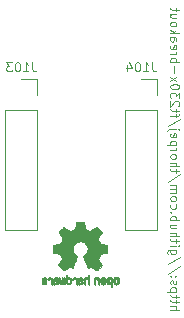
<source format=gbr>
%TF.GenerationSoftware,KiCad,Pcbnew,7.0.2-0*%
%TF.CreationDate,2024-07-03T10:32:27-07:00*%
%TF.ProjectId,ft230x-breakout,66743233-3078-42d6-9272-65616b6f7574,1.0*%
%TF.SameCoordinates,Original*%
%TF.FileFunction,Legend,Bot*%
%TF.FilePolarity,Positive*%
%FSLAX46Y46*%
G04 Gerber Fmt 4.6, Leading zero omitted, Abs format (unit mm)*
G04 Created by KiCad (PCBNEW 7.0.2-0) date 2024-07-03 10:32:27*
%MOMM*%
%LPD*%
G01*
G04 APERTURE LIST*
%ADD10C,0.100000*%
%ADD11C,0.010000*%
%ADD12C,0.120000*%
G04 APERTURE END LIST*
D10*
X152263185Y-126618228D02*
X153013185Y-126618228D01*
X152263185Y-126296800D02*
X152656042Y-126296800D01*
X152656042Y-126296800D02*
X152727471Y-126332514D01*
X152727471Y-126332514D02*
X152763185Y-126403942D01*
X152763185Y-126403942D02*
X152763185Y-126511085D01*
X152763185Y-126511085D02*
X152727471Y-126582514D01*
X152727471Y-126582514D02*
X152691757Y-126618228D01*
X152763185Y-126046800D02*
X152763185Y-125761086D01*
X153013185Y-125939657D02*
X152370328Y-125939657D01*
X152370328Y-125939657D02*
X152298900Y-125903943D01*
X152298900Y-125903943D02*
X152263185Y-125832514D01*
X152263185Y-125832514D02*
X152263185Y-125761086D01*
X152763185Y-125618229D02*
X152763185Y-125332515D01*
X153013185Y-125511086D02*
X152370328Y-125511086D01*
X152370328Y-125511086D02*
X152298900Y-125475372D01*
X152298900Y-125475372D02*
X152263185Y-125403943D01*
X152263185Y-125403943D02*
X152263185Y-125332515D01*
X152763185Y-125082515D02*
X152013185Y-125082515D01*
X152727471Y-125082515D02*
X152763185Y-125011087D01*
X152763185Y-125011087D02*
X152763185Y-124868229D01*
X152763185Y-124868229D02*
X152727471Y-124796801D01*
X152727471Y-124796801D02*
X152691757Y-124761087D01*
X152691757Y-124761087D02*
X152620328Y-124725372D01*
X152620328Y-124725372D02*
X152406042Y-124725372D01*
X152406042Y-124725372D02*
X152334614Y-124761087D01*
X152334614Y-124761087D02*
X152298900Y-124796801D01*
X152298900Y-124796801D02*
X152263185Y-124868229D01*
X152263185Y-124868229D02*
X152263185Y-125011087D01*
X152263185Y-125011087D02*
X152298900Y-125082515D01*
X152298900Y-124439658D02*
X152263185Y-124368230D01*
X152263185Y-124368230D02*
X152263185Y-124225373D01*
X152263185Y-124225373D02*
X152298900Y-124153944D01*
X152298900Y-124153944D02*
X152370328Y-124118230D01*
X152370328Y-124118230D02*
X152406042Y-124118230D01*
X152406042Y-124118230D02*
X152477471Y-124153944D01*
X152477471Y-124153944D02*
X152513185Y-124225373D01*
X152513185Y-124225373D02*
X152513185Y-124332516D01*
X152513185Y-124332516D02*
X152548900Y-124403944D01*
X152548900Y-124403944D02*
X152620328Y-124439658D01*
X152620328Y-124439658D02*
X152656042Y-124439658D01*
X152656042Y-124439658D02*
X152727471Y-124403944D01*
X152727471Y-124403944D02*
X152763185Y-124332516D01*
X152763185Y-124332516D02*
X152763185Y-124225373D01*
X152763185Y-124225373D02*
X152727471Y-124153944D01*
X152334614Y-123796801D02*
X152298900Y-123761087D01*
X152298900Y-123761087D02*
X152263185Y-123796801D01*
X152263185Y-123796801D02*
X152298900Y-123832515D01*
X152298900Y-123832515D02*
X152334614Y-123796801D01*
X152334614Y-123796801D02*
X152263185Y-123796801D01*
X152727471Y-123796801D02*
X152691757Y-123761087D01*
X152691757Y-123761087D02*
X152656042Y-123796801D01*
X152656042Y-123796801D02*
X152691757Y-123832515D01*
X152691757Y-123832515D02*
X152727471Y-123796801D01*
X152727471Y-123796801D02*
X152656042Y-123796801D01*
X153048900Y-122903944D02*
X152084614Y-123546801D01*
X153048900Y-122118230D02*
X152084614Y-122761087D01*
X152763185Y-121546802D02*
X152156042Y-121546802D01*
X152156042Y-121546802D02*
X152084614Y-121582516D01*
X152084614Y-121582516D02*
X152048900Y-121618230D01*
X152048900Y-121618230D02*
X152013185Y-121689659D01*
X152013185Y-121689659D02*
X152013185Y-121796802D01*
X152013185Y-121796802D02*
X152048900Y-121868230D01*
X152298900Y-121546802D02*
X152263185Y-121618230D01*
X152263185Y-121618230D02*
X152263185Y-121761087D01*
X152263185Y-121761087D02*
X152298900Y-121832516D01*
X152298900Y-121832516D02*
X152334614Y-121868230D01*
X152334614Y-121868230D02*
X152406042Y-121903944D01*
X152406042Y-121903944D02*
X152620328Y-121903944D01*
X152620328Y-121903944D02*
X152691757Y-121868230D01*
X152691757Y-121868230D02*
X152727471Y-121832516D01*
X152727471Y-121832516D02*
X152763185Y-121761087D01*
X152763185Y-121761087D02*
X152763185Y-121618230D01*
X152763185Y-121618230D02*
X152727471Y-121546802D01*
X152263185Y-121189659D02*
X152763185Y-121189659D01*
X153013185Y-121189659D02*
X152977471Y-121225373D01*
X152977471Y-121225373D02*
X152941757Y-121189659D01*
X152941757Y-121189659D02*
X152977471Y-121153945D01*
X152977471Y-121153945D02*
X153013185Y-121189659D01*
X153013185Y-121189659D02*
X152941757Y-121189659D01*
X152763185Y-120939659D02*
X152763185Y-120653945D01*
X153013185Y-120832516D02*
X152370328Y-120832516D01*
X152370328Y-120832516D02*
X152298900Y-120796802D01*
X152298900Y-120796802D02*
X152263185Y-120725373D01*
X152263185Y-120725373D02*
X152263185Y-120653945D01*
X152263185Y-120403945D02*
X153013185Y-120403945D01*
X152263185Y-120082517D02*
X152656042Y-120082517D01*
X152656042Y-120082517D02*
X152727471Y-120118231D01*
X152727471Y-120118231D02*
X152763185Y-120189659D01*
X152763185Y-120189659D02*
X152763185Y-120296802D01*
X152763185Y-120296802D02*
X152727471Y-120368231D01*
X152727471Y-120368231D02*
X152691757Y-120403945D01*
X152763185Y-119403946D02*
X152263185Y-119403946D01*
X152763185Y-119725374D02*
X152370328Y-119725374D01*
X152370328Y-119725374D02*
X152298900Y-119689660D01*
X152298900Y-119689660D02*
X152263185Y-119618231D01*
X152263185Y-119618231D02*
X152263185Y-119511088D01*
X152263185Y-119511088D02*
X152298900Y-119439660D01*
X152298900Y-119439660D02*
X152334614Y-119403946D01*
X152263185Y-119046803D02*
X153013185Y-119046803D01*
X152727471Y-119046803D02*
X152763185Y-118975375D01*
X152763185Y-118975375D02*
X152763185Y-118832517D01*
X152763185Y-118832517D02*
X152727471Y-118761089D01*
X152727471Y-118761089D02*
X152691757Y-118725375D01*
X152691757Y-118725375D02*
X152620328Y-118689660D01*
X152620328Y-118689660D02*
X152406042Y-118689660D01*
X152406042Y-118689660D02*
X152334614Y-118725375D01*
X152334614Y-118725375D02*
X152298900Y-118761089D01*
X152298900Y-118761089D02*
X152263185Y-118832517D01*
X152263185Y-118832517D02*
X152263185Y-118975375D01*
X152263185Y-118975375D02*
X152298900Y-119046803D01*
X152334614Y-118368232D02*
X152298900Y-118332518D01*
X152298900Y-118332518D02*
X152263185Y-118368232D01*
X152263185Y-118368232D02*
X152298900Y-118403946D01*
X152298900Y-118403946D02*
X152334614Y-118368232D01*
X152334614Y-118368232D02*
X152263185Y-118368232D01*
X152298900Y-117689661D02*
X152263185Y-117761089D01*
X152263185Y-117761089D02*
X152263185Y-117903946D01*
X152263185Y-117903946D02*
X152298900Y-117975375D01*
X152298900Y-117975375D02*
X152334614Y-118011089D01*
X152334614Y-118011089D02*
X152406042Y-118046803D01*
X152406042Y-118046803D02*
X152620328Y-118046803D01*
X152620328Y-118046803D02*
X152691757Y-118011089D01*
X152691757Y-118011089D02*
X152727471Y-117975375D01*
X152727471Y-117975375D02*
X152763185Y-117903946D01*
X152763185Y-117903946D02*
X152763185Y-117761089D01*
X152763185Y-117761089D02*
X152727471Y-117689661D01*
X152263185Y-117261089D02*
X152298900Y-117332518D01*
X152298900Y-117332518D02*
X152334614Y-117368232D01*
X152334614Y-117368232D02*
X152406042Y-117403946D01*
X152406042Y-117403946D02*
X152620328Y-117403946D01*
X152620328Y-117403946D02*
X152691757Y-117368232D01*
X152691757Y-117368232D02*
X152727471Y-117332518D01*
X152727471Y-117332518D02*
X152763185Y-117261089D01*
X152763185Y-117261089D02*
X152763185Y-117153946D01*
X152763185Y-117153946D02*
X152727471Y-117082518D01*
X152727471Y-117082518D02*
X152691757Y-117046804D01*
X152691757Y-117046804D02*
X152620328Y-117011089D01*
X152620328Y-117011089D02*
X152406042Y-117011089D01*
X152406042Y-117011089D02*
X152334614Y-117046804D01*
X152334614Y-117046804D02*
X152298900Y-117082518D01*
X152298900Y-117082518D02*
X152263185Y-117153946D01*
X152263185Y-117153946D02*
X152263185Y-117261089D01*
X152263185Y-116689661D02*
X152763185Y-116689661D01*
X152691757Y-116689661D02*
X152727471Y-116653947D01*
X152727471Y-116653947D02*
X152763185Y-116582518D01*
X152763185Y-116582518D02*
X152763185Y-116475375D01*
X152763185Y-116475375D02*
X152727471Y-116403947D01*
X152727471Y-116403947D02*
X152656042Y-116368233D01*
X152656042Y-116368233D02*
X152263185Y-116368233D01*
X152656042Y-116368233D02*
X152727471Y-116332518D01*
X152727471Y-116332518D02*
X152763185Y-116261090D01*
X152763185Y-116261090D02*
X152763185Y-116153947D01*
X152763185Y-116153947D02*
X152727471Y-116082518D01*
X152727471Y-116082518D02*
X152656042Y-116046804D01*
X152656042Y-116046804D02*
X152263185Y-116046804D01*
X153048900Y-115153947D02*
X152084614Y-115796804D01*
X152763185Y-115011090D02*
X152763185Y-114725376D01*
X153013185Y-114903947D02*
X152370328Y-114903947D01*
X152370328Y-114903947D02*
X152298900Y-114868233D01*
X152298900Y-114868233D02*
X152263185Y-114796804D01*
X152263185Y-114796804D02*
X152263185Y-114725376D01*
X152263185Y-114475376D02*
X153013185Y-114475376D01*
X152263185Y-114153948D02*
X152656042Y-114153948D01*
X152656042Y-114153948D02*
X152727471Y-114189662D01*
X152727471Y-114189662D02*
X152763185Y-114261090D01*
X152763185Y-114261090D02*
X152763185Y-114368233D01*
X152763185Y-114368233D02*
X152727471Y-114439662D01*
X152727471Y-114439662D02*
X152691757Y-114475376D01*
X152263185Y-113689662D02*
X152298900Y-113761091D01*
X152298900Y-113761091D02*
X152334614Y-113796805D01*
X152334614Y-113796805D02*
X152406042Y-113832519D01*
X152406042Y-113832519D02*
X152620328Y-113832519D01*
X152620328Y-113832519D02*
X152691757Y-113796805D01*
X152691757Y-113796805D02*
X152727471Y-113761091D01*
X152727471Y-113761091D02*
X152763185Y-113689662D01*
X152763185Y-113689662D02*
X152763185Y-113582519D01*
X152763185Y-113582519D02*
X152727471Y-113511091D01*
X152727471Y-113511091D02*
X152691757Y-113475377D01*
X152691757Y-113475377D02*
X152620328Y-113439662D01*
X152620328Y-113439662D02*
X152406042Y-113439662D01*
X152406042Y-113439662D02*
X152334614Y-113475377D01*
X152334614Y-113475377D02*
X152298900Y-113511091D01*
X152298900Y-113511091D02*
X152263185Y-113582519D01*
X152263185Y-113582519D02*
X152263185Y-113689662D01*
X152263185Y-113118234D02*
X152763185Y-113118234D01*
X152620328Y-113118234D02*
X152691757Y-113082520D01*
X152691757Y-113082520D02*
X152727471Y-113046806D01*
X152727471Y-113046806D02*
X152763185Y-112975377D01*
X152763185Y-112975377D02*
X152763185Y-112903948D01*
X152763185Y-112653948D02*
X152013185Y-112653948D01*
X152727471Y-112653948D02*
X152763185Y-112582520D01*
X152763185Y-112582520D02*
X152763185Y-112439662D01*
X152763185Y-112439662D02*
X152727471Y-112368234D01*
X152727471Y-112368234D02*
X152691757Y-112332520D01*
X152691757Y-112332520D02*
X152620328Y-112296805D01*
X152620328Y-112296805D02*
X152406042Y-112296805D01*
X152406042Y-112296805D02*
X152334614Y-112332520D01*
X152334614Y-112332520D02*
X152298900Y-112368234D01*
X152298900Y-112368234D02*
X152263185Y-112439662D01*
X152263185Y-112439662D02*
X152263185Y-112582520D01*
X152263185Y-112582520D02*
X152298900Y-112653948D01*
X152298900Y-111689663D02*
X152263185Y-111761091D01*
X152263185Y-111761091D02*
X152263185Y-111903949D01*
X152263185Y-111903949D02*
X152298900Y-111975377D01*
X152298900Y-111975377D02*
X152370328Y-112011091D01*
X152370328Y-112011091D02*
X152656042Y-112011091D01*
X152656042Y-112011091D02*
X152727471Y-111975377D01*
X152727471Y-111975377D02*
X152763185Y-111903949D01*
X152763185Y-111903949D02*
X152763185Y-111761091D01*
X152763185Y-111761091D02*
X152727471Y-111689663D01*
X152727471Y-111689663D02*
X152656042Y-111653949D01*
X152656042Y-111653949D02*
X152584614Y-111653949D01*
X152584614Y-111653949D02*
X152513185Y-112011091D01*
X152763185Y-111332520D02*
X152120328Y-111332520D01*
X152120328Y-111332520D02*
X152048900Y-111368234D01*
X152048900Y-111368234D02*
X152013185Y-111439663D01*
X152013185Y-111439663D02*
X152013185Y-111475377D01*
X153013185Y-111332520D02*
X152977471Y-111368234D01*
X152977471Y-111368234D02*
X152941757Y-111332520D01*
X152941757Y-111332520D02*
X152977471Y-111296806D01*
X152977471Y-111296806D02*
X153013185Y-111332520D01*
X153013185Y-111332520D02*
X152941757Y-111332520D01*
X153048900Y-110439663D02*
X152084614Y-111082520D01*
X152763185Y-110296806D02*
X152763185Y-110011092D01*
X152263185Y-110189663D02*
X152906042Y-110189663D01*
X152906042Y-110189663D02*
X152977471Y-110153949D01*
X152977471Y-110153949D02*
X153013185Y-110082520D01*
X153013185Y-110082520D02*
X153013185Y-110011092D01*
X152763185Y-109868235D02*
X152763185Y-109582521D01*
X153013185Y-109761092D02*
X152370328Y-109761092D01*
X152370328Y-109761092D02*
X152298900Y-109725378D01*
X152298900Y-109725378D02*
X152263185Y-109653949D01*
X152263185Y-109653949D02*
X152263185Y-109582521D01*
X152941757Y-109368235D02*
X152977471Y-109332521D01*
X152977471Y-109332521D02*
X153013185Y-109261093D01*
X153013185Y-109261093D02*
X153013185Y-109082521D01*
X153013185Y-109082521D02*
X152977471Y-109011093D01*
X152977471Y-109011093D02*
X152941757Y-108975378D01*
X152941757Y-108975378D02*
X152870328Y-108939664D01*
X152870328Y-108939664D02*
X152798900Y-108939664D01*
X152798900Y-108939664D02*
X152691757Y-108975378D01*
X152691757Y-108975378D02*
X152263185Y-109403950D01*
X152263185Y-109403950D02*
X152263185Y-108939664D01*
X153013185Y-108689664D02*
X153013185Y-108225378D01*
X153013185Y-108225378D02*
X152727471Y-108475378D01*
X152727471Y-108475378D02*
X152727471Y-108368235D01*
X152727471Y-108368235D02*
X152691757Y-108296807D01*
X152691757Y-108296807D02*
X152656042Y-108261092D01*
X152656042Y-108261092D02*
X152584614Y-108225378D01*
X152584614Y-108225378D02*
X152406042Y-108225378D01*
X152406042Y-108225378D02*
X152334614Y-108261092D01*
X152334614Y-108261092D02*
X152298900Y-108296807D01*
X152298900Y-108296807D02*
X152263185Y-108368235D01*
X152263185Y-108368235D02*
X152263185Y-108582521D01*
X152263185Y-108582521D02*
X152298900Y-108653949D01*
X152298900Y-108653949D02*
X152334614Y-108689664D01*
X153013185Y-107761092D02*
X153013185Y-107689663D01*
X153013185Y-107689663D02*
X152977471Y-107618235D01*
X152977471Y-107618235D02*
X152941757Y-107582521D01*
X152941757Y-107582521D02*
X152870328Y-107546806D01*
X152870328Y-107546806D02*
X152727471Y-107511092D01*
X152727471Y-107511092D02*
X152548900Y-107511092D01*
X152548900Y-107511092D02*
X152406042Y-107546806D01*
X152406042Y-107546806D02*
X152334614Y-107582521D01*
X152334614Y-107582521D02*
X152298900Y-107618235D01*
X152298900Y-107618235D02*
X152263185Y-107689663D01*
X152263185Y-107689663D02*
X152263185Y-107761092D01*
X152263185Y-107761092D02*
X152298900Y-107832521D01*
X152298900Y-107832521D02*
X152334614Y-107868235D01*
X152334614Y-107868235D02*
X152406042Y-107903949D01*
X152406042Y-107903949D02*
X152548900Y-107939663D01*
X152548900Y-107939663D02*
X152727471Y-107939663D01*
X152727471Y-107939663D02*
X152870328Y-107903949D01*
X152870328Y-107903949D02*
X152941757Y-107868235D01*
X152941757Y-107868235D02*
X152977471Y-107832521D01*
X152977471Y-107832521D02*
X153013185Y-107761092D01*
X152263185Y-107261092D02*
X152763185Y-106868235D01*
X152763185Y-107261092D02*
X152263185Y-106868235D01*
X152548900Y-106582520D02*
X152548900Y-106011092D01*
X152263185Y-105653949D02*
X153013185Y-105653949D01*
X152727471Y-105653949D02*
X152763185Y-105582521D01*
X152763185Y-105582521D02*
X152763185Y-105439663D01*
X152763185Y-105439663D02*
X152727471Y-105368235D01*
X152727471Y-105368235D02*
X152691757Y-105332521D01*
X152691757Y-105332521D02*
X152620328Y-105296806D01*
X152620328Y-105296806D02*
X152406042Y-105296806D01*
X152406042Y-105296806D02*
X152334614Y-105332521D01*
X152334614Y-105332521D02*
X152298900Y-105368235D01*
X152298900Y-105368235D02*
X152263185Y-105439663D01*
X152263185Y-105439663D02*
X152263185Y-105582521D01*
X152263185Y-105582521D02*
X152298900Y-105653949D01*
X152263185Y-104975378D02*
X152763185Y-104975378D01*
X152620328Y-104975378D02*
X152691757Y-104939664D01*
X152691757Y-104939664D02*
X152727471Y-104903950D01*
X152727471Y-104903950D02*
X152763185Y-104832521D01*
X152763185Y-104832521D02*
X152763185Y-104761092D01*
X152298900Y-104225378D02*
X152263185Y-104296806D01*
X152263185Y-104296806D02*
X152263185Y-104439664D01*
X152263185Y-104439664D02*
X152298900Y-104511092D01*
X152298900Y-104511092D02*
X152370328Y-104546806D01*
X152370328Y-104546806D02*
X152656042Y-104546806D01*
X152656042Y-104546806D02*
X152727471Y-104511092D01*
X152727471Y-104511092D02*
X152763185Y-104439664D01*
X152763185Y-104439664D02*
X152763185Y-104296806D01*
X152763185Y-104296806D02*
X152727471Y-104225378D01*
X152727471Y-104225378D02*
X152656042Y-104189664D01*
X152656042Y-104189664D02*
X152584614Y-104189664D01*
X152584614Y-104189664D02*
X152513185Y-104546806D01*
X152263185Y-103546807D02*
X152656042Y-103546807D01*
X152656042Y-103546807D02*
X152727471Y-103582521D01*
X152727471Y-103582521D02*
X152763185Y-103653949D01*
X152763185Y-103653949D02*
X152763185Y-103796807D01*
X152763185Y-103796807D02*
X152727471Y-103868235D01*
X152298900Y-103546807D02*
X152263185Y-103618235D01*
X152263185Y-103618235D02*
X152263185Y-103796807D01*
X152263185Y-103796807D02*
X152298900Y-103868235D01*
X152298900Y-103868235D02*
X152370328Y-103903949D01*
X152370328Y-103903949D02*
X152441757Y-103903949D01*
X152441757Y-103903949D02*
X152513185Y-103868235D01*
X152513185Y-103868235D02*
X152548900Y-103796807D01*
X152548900Y-103796807D02*
X152548900Y-103618235D01*
X152548900Y-103618235D02*
X152584614Y-103546807D01*
X152263185Y-103189664D02*
X153013185Y-103189664D01*
X152548900Y-103118236D02*
X152263185Y-102903950D01*
X152763185Y-102903950D02*
X152477471Y-103189664D01*
X152263185Y-102475378D02*
X152298900Y-102546807D01*
X152298900Y-102546807D02*
X152334614Y-102582521D01*
X152334614Y-102582521D02*
X152406042Y-102618235D01*
X152406042Y-102618235D02*
X152620328Y-102618235D01*
X152620328Y-102618235D02*
X152691757Y-102582521D01*
X152691757Y-102582521D02*
X152727471Y-102546807D01*
X152727471Y-102546807D02*
X152763185Y-102475378D01*
X152763185Y-102475378D02*
X152763185Y-102368235D01*
X152763185Y-102368235D02*
X152727471Y-102296807D01*
X152727471Y-102296807D02*
X152691757Y-102261093D01*
X152691757Y-102261093D02*
X152620328Y-102225378D01*
X152620328Y-102225378D02*
X152406042Y-102225378D01*
X152406042Y-102225378D02*
X152334614Y-102261093D01*
X152334614Y-102261093D02*
X152298900Y-102296807D01*
X152298900Y-102296807D02*
X152263185Y-102368235D01*
X152263185Y-102368235D02*
X152263185Y-102475378D01*
X152763185Y-101582522D02*
X152263185Y-101582522D01*
X152763185Y-101903950D02*
X152370328Y-101903950D01*
X152370328Y-101903950D02*
X152298900Y-101868236D01*
X152298900Y-101868236D02*
X152263185Y-101796807D01*
X152263185Y-101796807D02*
X152263185Y-101689664D01*
X152263185Y-101689664D02*
X152298900Y-101618236D01*
X152298900Y-101618236D02*
X152334614Y-101582522D01*
X152763185Y-101332522D02*
X152763185Y-101046808D01*
X153013185Y-101225379D02*
X152370328Y-101225379D01*
X152370328Y-101225379D02*
X152298900Y-101189665D01*
X152298900Y-101189665D02*
X152263185Y-101118236D01*
X152263185Y-101118236D02*
X152263185Y-101046808D01*
%TO.C,J103*%
X140562685Y-105674164D02*
X140562685Y-106209878D01*
X140562685Y-106209878D02*
X140598400Y-106317021D01*
X140598400Y-106317021D02*
X140669828Y-106388450D01*
X140669828Y-106388450D02*
X140776971Y-106424164D01*
X140776971Y-106424164D02*
X140848400Y-106424164D01*
X139812685Y-106424164D02*
X140241256Y-106424164D01*
X140026971Y-106424164D02*
X140026971Y-105674164D01*
X140026971Y-105674164D02*
X140098399Y-105781307D01*
X140098399Y-105781307D02*
X140169828Y-105852735D01*
X140169828Y-105852735D02*
X140241256Y-105888450D01*
X139348399Y-105674164D02*
X139276970Y-105674164D01*
X139276970Y-105674164D02*
X139205542Y-105709878D01*
X139205542Y-105709878D02*
X139169828Y-105745592D01*
X139169828Y-105745592D02*
X139134113Y-105817021D01*
X139134113Y-105817021D02*
X139098399Y-105959878D01*
X139098399Y-105959878D02*
X139098399Y-106138450D01*
X139098399Y-106138450D02*
X139134113Y-106281307D01*
X139134113Y-106281307D02*
X139169828Y-106352735D01*
X139169828Y-106352735D02*
X139205542Y-106388450D01*
X139205542Y-106388450D02*
X139276970Y-106424164D01*
X139276970Y-106424164D02*
X139348399Y-106424164D01*
X139348399Y-106424164D02*
X139419828Y-106388450D01*
X139419828Y-106388450D02*
X139455542Y-106352735D01*
X139455542Y-106352735D02*
X139491256Y-106281307D01*
X139491256Y-106281307D02*
X139526970Y-106138450D01*
X139526970Y-106138450D02*
X139526970Y-105959878D01*
X139526970Y-105959878D02*
X139491256Y-105817021D01*
X139491256Y-105817021D02*
X139455542Y-105745592D01*
X139455542Y-105745592D02*
X139419828Y-105709878D01*
X139419828Y-105709878D02*
X139348399Y-105674164D01*
X138848399Y-105674164D02*
X138384113Y-105674164D01*
X138384113Y-105674164D02*
X138634113Y-105959878D01*
X138634113Y-105959878D02*
X138526970Y-105959878D01*
X138526970Y-105959878D02*
X138455542Y-105995592D01*
X138455542Y-105995592D02*
X138419827Y-106031307D01*
X138419827Y-106031307D02*
X138384113Y-106102735D01*
X138384113Y-106102735D02*
X138384113Y-106281307D01*
X138384113Y-106281307D02*
X138419827Y-106352735D01*
X138419827Y-106352735D02*
X138455542Y-106388450D01*
X138455542Y-106388450D02*
X138526970Y-106424164D01*
X138526970Y-106424164D02*
X138741256Y-106424164D01*
X138741256Y-106424164D02*
X138812684Y-106388450D01*
X138812684Y-106388450D02*
X138848399Y-106352735D01*
%TO.C,J104*%
X150722685Y-105674164D02*
X150722685Y-106209878D01*
X150722685Y-106209878D02*
X150758400Y-106317021D01*
X150758400Y-106317021D02*
X150829828Y-106388450D01*
X150829828Y-106388450D02*
X150936971Y-106424164D01*
X150936971Y-106424164D02*
X151008400Y-106424164D01*
X149972685Y-106424164D02*
X150401256Y-106424164D01*
X150186971Y-106424164D02*
X150186971Y-105674164D01*
X150186971Y-105674164D02*
X150258399Y-105781307D01*
X150258399Y-105781307D02*
X150329828Y-105852735D01*
X150329828Y-105852735D02*
X150401256Y-105888450D01*
X149508399Y-105674164D02*
X149436970Y-105674164D01*
X149436970Y-105674164D02*
X149365542Y-105709878D01*
X149365542Y-105709878D02*
X149329828Y-105745592D01*
X149329828Y-105745592D02*
X149294113Y-105817021D01*
X149294113Y-105817021D02*
X149258399Y-105959878D01*
X149258399Y-105959878D02*
X149258399Y-106138450D01*
X149258399Y-106138450D02*
X149294113Y-106281307D01*
X149294113Y-106281307D02*
X149329828Y-106352735D01*
X149329828Y-106352735D02*
X149365542Y-106388450D01*
X149365542Y-106388450D02*
X149436970Y-106424164D01*
X149436970Y-106424164D02*
X149508399Y-106424164D01*
X149508399Y-106424164D02*
X149579828Y-106388450D01*
X149579828Y-106388450D02*
X149615542Y-106352735D01*
X149615542Y-106352735D02*
X149651256Y-106281307D01*
X149651256Y-106281307D02*
X149686970Y-106138450D01*
X149686970Y-106138450D02*
X149686970Y-105959878D01*
X149686970Y-105959878D02*
X149651256Y-105817021D01*
X149651256Y-105817021D02*
X149615542Y-105745592D01*
X149615542Y-105745592D02*
X149579828Y-105709878D01*
X149579828Y-105709878D02*
X149508399Y-105674164D01*
X148615542Y-105924164D02*
X148615542Y-106424164D01*
X148794113Y-105638450D02*
X148972684Y-106174164D01*
X148972684Y-106174164D02*
X148508399Y-106174164D01*
%TO.C,REF\u002A\u002A*%
D11*
X142110429Y-123871097D02*
X142170353Y-123893355D01*
X142195273Y-123910080D01*
X142220510Y-123934043D01*
X142238512Y-123964526D01*
X142250458Y-124006023D01*
X142257530Y-124063032D01*
X142260908Y-124140047D01*
X142261771Y-124241565D01*
X142261602Y-124294027D01*
X142260753Y-124365715D01*
X142259311Y-124422925D01*
X142257414Y-124460809D01*
X142255197Y-124474514D01*
X142240772Y-124469981D01*
X142211654Y-124457670D01*
X142210781Y-124457272D01*
X142195660Y-124449356D01*
X142185491Y-124438495D01*
X142179291Y-124419471D01*
X142176078Y-124387069D01*
X142174870Y-124336071D01*
X142174686Y-124261261D01*
X142174314Y-124213804D01*
X142170350Y-124124615D01*
X142161273Y-124059287D01*
X142146124Y-124014393D01*
X142123945Y-123986507D01*
X142093775Y-123972203D01*
X142089590Y-123971206D01*
X142033080Y-123970427D01*
X141989010Y-123995744D01*
X141958572Y-124046502D01*
X141953144Y-124061175D01*
X141940771Y-124093649D01*
X141934505Y-124108572D01*
X141921636Y-124106516D01*
X141893533Y-124095357D01*
X141867321Y-124076927D01*
X141855371Y-124042098D01*
X141858936Y-124017151D01*
X141880835Y-123966547D01*
X141916244Y-123919128D01*
X141957652Y-123886334D01*
X141975000Y-123878752D01*
X142040689Y-123866076D01*
X142110429Y-123871097D01*
G36*
X142110429Y-123871097D02*
G01*
X142170353Y-123893355D01*
X142195273Y-123910080D01*
X142220510Y-123934043D01*
X142238512Y-123964526D01*
X142250458Y-124006023D01*
X142257530Y-124063032D01*
X142260908Y-124140047D01*
X142261771Y-124241565D01*
X142261602Y-124294027D01*
X142260753Y-124365715D01*
X142259311Y-124422925D01*
X142257414Y-124460809D01*
X142255197Y-124474514D01*
X142240772Y-124469981D01*
X142211654Y-124457670D01*
X142210781Y-124457272D01*
X142195660Y-124449356D01*
X142185491Y-124438495D01*
X142179291Y-124419471D01*
X142176078Y-124387069D01*
X142174870Y-124336071D01*
X142174686Y-124261261D01*
X142174314Y-124213804D01*
X142170350Y-124124615D01*
X142161273Y-124059287D01*
X142146124Y-124014393D01*
X142123945Y-123986507D01*
X142093775Y-123972203D01*
X142089590Y-123971206D01*
X142033080Y-123970427D01*
X141989010Y-123995744D01*
X141958572Y-124046502D01*
X141953144Y-124061175D01*
X141940771Y-124093649D01*
X141934505Y-124108572D01*
X141921636Y-124106516D01*
X141893533Y-124095357D01*
X141867321Y-124076927D01*
X141855371Y-124042098D01*
X141858936Y-124017151D01*
X141880835Y-123966547D01*
X141916244Y-123919128D01*
X141957652Y-123886334D01*
X141975000Y-123878752D01*
X142040689Y-123866076D01*
X142110429Y-123871097D01*
G37*
X146058620Y-123837822D02*
X146126410Y-123869680D01*
X146181966Y-123924770D01*
X146193481Y-123942016D01*
X146203032Y-123961562D01*
X146209806Y-123986198D01*
X146214419Y-124020711D01*
X146217488Y-124069889D01*
X146219629Y-124138519D01*
X146221459Y-124231389D01*
X146226004Y-124489007D01*
X146187825Y-124474491D01*
X146152868Y-124461156D01*
X146126697Y-124448323D01*
X146109613Y-124431780D01*
X146099686Y-124406465D01*
X146094986Y-124367316D01*
X146093582Y-124309268D01*
X146093543Y-124227261D01*
X146093344Y-124161895D01*
X146092159Y-124099173D01*
X146089329Y-124056334D01*
X146084209Y-124028220D01*
X146076153Y-124009675D01*
X146064514Y-123995543D01*
X146035903Y-123975600D01*
X145987839Y-123968083D01*
X145940288Y-123987079D01*
X145937150Y-123989511D01*
X145927369Y-124000748D01*
X145920153Y-124018770D01*
X145914899Y-124048026D01*
X145911002Y-124092962D01*
X145907856Y-124158028D01*
X145904857Y-124247670D01*
X145897600Y-124487697D01*
X145835914Y-124460044D01*
X145774229Y-124432391D01*
X145774229Y-124213246D01*
X145774484Y-124153711D01*
X145776686Y-124070892D01*
X145782261Y-124009227D01*
X145792541Y-123963748D01*
X145808858Y-123929484D01*
X145832543Y-123901466D01*
X145864928Y-123874723D01*
X145911507Y-123847780D01*
X145984887Y-123830191D01*
X146058620Y-123837822D01*
G36*
X146058620Y-123837822D02*
G01*
X146126410Y-123869680D01*
X146181966Y-123924770D01*
X146193481Y-123942016D01*
X146203032Y-123961562D01*
X146209806Y-123986198D01*
X146214419Y-124020711D01*
X146217488Y-124069889D01*
X146219629Y-124138519D01*
X146221459Y-124231389D01*
X146226004Y-124489007D01*
X146187825Y-124474491D01*
X146152868Y-124461156D01*
X146126697Y-124448323D01*
X146109613Y-124431780D01*
X146099686Y-124406465D01*
X146094986Y-124367316D01*
X146093582Y-124309268D01*
X146093543Y-124227261D01*
X146093344Y-124161895D01*
X146092159Y-124099173D01*
X146089329Y-124056334D01*
X146084209Y-124028220D01*
X146076153Y-124009675D01*
X146064514Y-123995543D01*
X146035903Y-123975600D01*
X145987839Y-123968083D01*
X145940288Y-123987079D01*
X145937150Y-123989511D01*
X145927369Y-124000748D01*
X145920153Y-124018770D01*
X145914899Y-124048026D01*
X145911002Y-124092962D01*
X145907856Y-124158028D01*
X145904857Y-124247670D01*
X145897600Y-124487697D01*
X145835914Y-124460044D01*
X145774229Y-124432391D01*
X145774229Y-124213246D01*
X145774484Y-124153711D01*
X145776686Y-124070892D01*
X145782261Y-124009227D01*
X145792541Y-123963748D01*
X145808858Y-123929484D01*
X145832543Y-123901466D01*
X145864928Y-123874723D01*
X145911507Y-123847780D01*
X145984887Y-123830191D01*
X146058620Y-123837822D01*
G37*
X144235291Y-123886467D02*
X144239873Y-123889003D01*
X144277304Y-123918057D01*
X144310770Y-123955410D01*
X144316607Y-123963852D01*
X144327765Y-123983553D01*
X144335736Y-124006935D01*
X144341218Y-124039067D01*
X144344907Y-124085019D01*
X144347499Y-124149859D01*
X144349692Y-124238657D01*
X144350002Y-124253669D01*
X144351000Y-124350999D01*
X144349594Y-124419934D01*
X144345764Y-124460948D01*
X144339489Y-124474514D01*
X144320498Y-124470452D01*
X144288238Y-124458144D01*
X144280641Y-124454545D01*
X144268776Y-124446398D01*
X144260594Y-124433004D01*
X144255243Y-124409608D01*
X144251869Y-124371455D01*
X144249619Y-124313790D01*
X144247640Y-124231857D01*
X144247098Y-124207907D01*
X144245003Y-124132266D01*
X144242283Y-124079328D01*
X144238115Y-124044075D01*
X144231679Y-124021487D01*
X144222150Y-124006544D01*
X144208706Y-123994227D01*
X144168905Y-123972634D01*
X144119941Y-123968476D01*
X144076129Y-123984999D01*
X144044608Y-124019210D01*
X144032514Y-124068114D01*
X144032178Y-124081407D01*
X144025572Y-124105472D01*
X144006070Y-124109144D01*
X143967883Y-124094813D01*
X143959038Y-124090217D01*
X143935134Y-124063186D01*
X143934661Y-124022994D01*
X143957436Y-123967409D01*
X143978327Y-123937117D01*
X144031742Y-123894084D01*
X144097674Y-123869755D01*
X144168174Y-123866443D01*
X144235291Y-123886467D01*
G36*
X144235291Y-123886467D02*
G01*
X144239873Y-123889003D01*
X144277304Y-123918057D01*
X144310770Y-123955410D01*
X144316607Y-123963852D01*
X144327765Y-123983553D01*
X144335736Y-124006935D01*
X144341218Y-124039067D01*
X144344907Y-124085019D01*
X144347499Y-124149859D01*
X144349692Y-124238657D01*
X144350002Y-124253669D01*
X144351000Y-124350999D01*
X144349594Y-124419934D01*
X144345764Y-124460948D01*
X144339489Y-124474514D01*
X144320498Y-124470452D01*
X144288238Y-124458144D01*
X144280641Y-124454545D01*
X144268776Y-124446398D01*
X144260594Y-124433004D01*
X144255243Y-124409608D01*
X144251869Y-124371455D01*
X144249619Y-124313790D01*
X144247640Y-124231857D01*
X144247098Y-124207907D01*
X144245003Y-124132266D01*
X144242283Y-124079328D01*
X144238115Y-124044075D01*
X144231679Y-124021487D01*
X144222150Y-124006544D01*
X144208706Y-123994227D01*
X144168905Y-123972634D01*
X144119941Y-123968476D01*
X144076129Y-123984999D01*
X144044608Y-124019210D01*
X144032514Y-124068114D01*
X144032178Y-124081407D01*
X144025572Y-124105472D01*
X144006070Y-124109144D01*
X143967883Y-124094813D01*
X143959038Y-124090217D01*
X143935134Y-124063186D01*
X143934661Y-124022994D01*
X143957436Y-123967409D01*
X143978327Y-123937117D01*
X144031742Y-123894084D01*
X144097674Y-123869755D01*
X144168174Y-123866443D01*
X144235291Y-123886467D01*
G37*
X145306143Y-123669444D02*
X145353314Y-123689342D01*
X145353314Y-124086509D01*
X145353119Y-124189498D01*
X145352598Y-124282141D01*
X145351799Y-124360700D01*
X145350772Y-124421439D01*
X145349563Y-124460623D01*
X145348223Y-124474514D01*
X145347699Y-124474468D01*
X145329887Y-124469420D01*
X145297423Y-124458580D01*
X145251714Y-124442646D01*
X145251714Y-124238173D01*
X145251424Y-124157832D01*
X145250074Y-124099562D01*
X145246969Y-124059909D01*
X145241412Y-124033618D01*
X145232707Y-124015436D01*
X145220156Y-124000107D01*
X145211599Y-123991955D01*
X145165328Y-123969375D01*
X145114328Y-123971375D01*
X145067593Y-123998073D01*
X145060789Y-124004698D01*
X145049893Y-124018456D01*
X145042436Y-124036642D01*
X145037769Y-124064177D01*
X145035242Y-124105981D01*
X145034202Y-124166973D01*
X145034000Y-124252073D01*
X145033903Y-124295234D01*
X145033274Y-124366224D01*
X145032156Y-124423076D01*
X145030663Y-124460828D01*
X145028909Y-124474514D01*
X145028385Y-124474468D01*
X145010573Y-124469420D01*
X144978109Y-124458580D01*
X144932400Y-124442646D01*
X144932423Y-124237237D01*
X144932457Y-124218951D01*
X144934378Y-124123626D01*
X144940278Y-124051543D01*
X144951601Y-123997813D01*
X144969787Y-123957549D01*
X144996279Y-123925861D01*
X145032518Y-123897861D01*
X145067863Y-123880333D01*
X145124373Y-123866785D01*
X145179956Y-123866015D01*
X145222686Y-123879195D01*
X145225898Y-123881015D01*
X145235805Y-123880820D01*
X145242575Y-123865572D01*
X145247461Y-123830613D01*
X145251714Y-123771289D01*
X145258971Y-123649547D01*
X145306143Y-123669444D01*
G36*
X145306143Y-123669444D02*
G01*
X145353314Y-123689342D01*
X145353314Y-124086509D01*
X145353119Y-124189498D01*
X145352598Y-124282141D01*
X145351799Y-124360700D01*
X145350772Y-124421439D01*
X145349563Y-124460623D01*
X145348223Y-124474514D01*
X145347699Y-124474468D01*
X145329887Y-124469420D01*
X145297423Y-124458580D01*
X145251714Y-124442646D01*
X145251714Y-124238173D01*
X145251424Y-124157832D01*
X145250074Y-124099562D01*
X145246969Y-124059909D01*
X145241412Y-124033618D01*
X145232707Y-124015436D01*
X145220156Y-124000107D01*
X145211599Y-123991955D01*
X145165328Y-123969375D01*
X145114328Y-123971375D01*
X145067593Y-123998073D01*
X145060789Y-124004698D01*
X145049893Y-124018456D01*
X145042436Y-124036642D01*
X145037769Y-124064177D01*
X145035242Y-124105981D01*
X145034202Y-124166973D01*
X145034000Y-124252073D01*
X145033903Y-124295234D01*
X145033274Y-124366224D01*
X145032156Y-124423076D01*
X145030663Y-124460828D01*
X145028909Y-124474514D01*
X145028385Y-124474468D01*
X145010573Y-124469420D01*
X144978109Y-124458580D01*
X144932400Y-124442646D01*
X144932423Y-124237237D01*
X144932457Y-124218951D01*
X144934378Y-124123626D01*
X144940278Y-124051543D01*
X144951601Y-123997813D01*
X144969787Y-123957549D01*
X144996279Y-123925861D01*
X145032518Y-123897861D01*
X145067863Y-123880333D01*
X145124373Y-123866785D01*
X145179956Y-123866015D01*
X145222686Y-123879195D01*
X145225898Y-123881015D01*
X145235805Y-123880820D01*
X145242575Y-123865572D01*
X145247461Y-123830613D01*
X145251714Y-123771289D01*
X145258971Y-123649547D01*
X145306143Y-123669444D01*
G37*
X143281541Y-123869282D02*
X143313374Y-123881758D01*
X143350343Y-123898602D01*
X143350343Y-124385196D01*
X143304412Y-124431127D01*
X143293920Y-124441427D01*
X143264855Y-124464320D01*
X143235543Y-124471735D01*
X143191926Y-124468321D01*
X143174168Y-124466114D01*
X143128367Y-124461445D01*
X143096343Y-124459585D01*
X143086844Y-124459869D01*
X143047874Y-124462948D01*
X143000760Y-124468321D01*
X142985685Y-124470168D01*
X142947710Y-124470893D01*
X142919925Y-124459429D01*
X142888274Y-124431127D01*
X142842343Y-124385196D01*
X142842343Y-124125055D01*
X142842701Y-124048180D01*
X142843816Y-123974886D01*
X142845552Y-123916850D01*
X142847767Y-123878663D01*
X142850321Y-123864914D01*
X142850856Y-123864951D01*
X142869408Y-123871793D01*
X142900753Y-123886868D01*
X142943208Y-123908822D01*
X142947204Y-124137240D01*
X142951200Y-124365657D01*
X143038286Y-124365657D01*
X143042257Y-124115286D01*
X143043516Y-124047227D01*
X143045318Y-123974482D01*
X143047271Y-123916730D01*
X143049212Y-123878648D01*
X143050977Y-123864914D01*
X143051485Y-123864962D01*
X143069082Y-123870015D01*
X143101434Y-123880849D01*
X143147143Y-123896783D01*
X143147365Y-124116706D01*
X143147588Y-124154909D01*
X143149131Y-124229146D01*
X143151892Y-124291145D01*
X143155577Y-124335308D01*
X143159892Y-124356041D01*
X143175332Y-124367131D01*
X143206841Y-124370556D01*
X143241486Y-124365657D01*
X143245457Y-124115286D01*
X143246878Y-124051663D01*
X143249825Y-123976356D01*
X143253679Y-123917286D01*
X143258142Y-123878718D01*
X143262917Y-123864914D01*
X143281541Y-123869282D01*
G36*
X143281541Y-123869282D02*
G01*
X143313374Y-123881758D01*
X143350343Y-123898602D01*
X143350343Y-124385196D01*
X143304412Y-124431127D01*
X143293920Y-124441427D01*
X143264855Y-124464320D01*
X143235543Y-124471735D01*
X143191926Y-124468321D01*
X143174168Y-124466114D01*
X143128367Y-124461445D01*
X143096343Y-124459585D01*
X143086844Y-124459869D01*
X143047874Y-124462948D01*
X143000760Y-124468321D01*
X142985685Y-124470168D01*
X142947710Y-124470893D01*
X142919925Y-124459429D01*
X142888274Y-124431127D01*
X142842343Y-124385196D01*
X142842343Y-124125055D01*
X142842701Y-124048180D01*
X142843816Y-123974886D01*
X142845552Y-123916850D01*
X142847767Y-123878663D01*
X142850321Y-123864914D01*
X142850856Y-123864951D01*
X142869408Y-123871793D01*
X142900753Y-123886868D01*
X142943208Y-123908822D01*
X142947204Y-124137240D01*
X142951200Y-124365657D01*
X143038286Y-124365657D01*
X143042257Y-124115286D01*
X143043516Y-124047227D01*
X143045318Y-123974482D01*
X143047271Y-123916730D01*
X143049212Y-123878648D01*
X143050977Y-123864914D01*
X143051485Y-123864962D01*
X143069082Y-123870015D01*
X143101434Y-123880849D01*
X143147143Y-123896783D01*
X143147365Y-124116706D01*
X143147588Y-124154909D01*
X143149131Y-124229146D01*
X143151892Y-124291145D01*
X143155577Y-124335308D01*
X143159892Y-124356041D01*
X143175332Y-124367131D01*
X143206841Y-124370556D01*
X143241486Y-124365657D01*
X143245457Y-124115286D01*
X143246878Y-124051663D01*
X143249825Y-123976356D01*
X143253679Y-123917286D01*
X143258142Y-123878718D01*
X143262917Y-123864914D01*
X143281541Y-123869282D01*
G37*
X147893314Y-124155200D02*
X147893301Y-124170935D01*
X147892514Y-124241119D01*
X147889810Y-124290022D01*
X147884206Y-124324178D01*
X147874719Y-124350124D01*
X147860368Y-124374397D01*
X147856837Y-124379433D01*
X147819478Y-124419143D01*
X147776911Y-124449092D01*
X147755052Y-124458810D01*
X147676508Y-124475020D01*
X147598831Y-124464535D01*
X147527245Y-124428707D01*
X147466974Y-124368887D01*
X147461886Y-124360873D01*
X147445330Y-124314342D01*
X147434173Y-124249552D01*
X147428760Y-124174727D01*
X147429368Y-124105513D01*
X147575848Y-124105513D01*
X147577002Y-124201399D01*
X147577466Y-124207569D01*
X147584229Y-124260478D01*
X147596271Y-124294029D01*
X147616605Y-124317016D01*
X147650697Y-124338548D01*
X147684414Y-124339680D01*
X147719143Y-124314857D01*
X147725184Y-124308325D01*
X147737017Y-124288779D01*
X147744004Y-124260386D01*
X147747327Y-124216430D01*
X147748171Y-124150192D01*
X147746725Y-124088150D01*
X147739507Y-124029042D01*
X147724606Y-123991686D01*
X147700236Y-123972152D01*
X147664608Y-123966514D01*
X147651040Y-123967635D01*
X147613030Y-123988194D01*
X147587912Y-124034299D01*
X147575848Y-124105513D01*
X147429368Y-124105513D01*
X147429433Y-124098096D01*
X147436537Y-124027882D01*
X147450415Y-123972312D01*
X147468249Y-123935301D01*
X147518455Y-123877733D01*
X147586485Y-123841962D01*
X147669758Y-123829665D01*
X147691998Y-123830331D01*
X147757491Y-123843947D01*
X147811287Y-123878249D01*
X147860657Y-123937338D01*
X147863595Y-123941722D01*
X147876887Y-123965299D01*
X147885532Y-123991949D01*
X147890504Y-124028159D01*
X147892774Y-124080413D01*
X147893278Y-124150192D01*
X147893314Y-124155200D01*
G36*
X147893314Y-124155200D02*
G01*
X147893301Y-124170935D01*
X147892514Y-124241119D01*
X147889810Y-124290022D01*
X147884206Y-124324178D01*
X147874719Y-124350124D01*
X147860368Y-124374397D01*
X147856837Y-124379433D01*
X147819478Y-124419143D01*
X147776911Y-124449092D01*
X147755052Y-124458810D01*
X147676508Y-124475020D01*
X147598831Y-124464535D01*
X147527245Y-124428707D01*
X147466974Y-124368887D01*
X147461886Y-124360873D01*
X147445330Y-124314342D01*
X147434173Y-124249552D01*
X147428760Y-124174727D01*
X147429368Y-124105513D01*
X147575848Y-124105513D01*
X147577002Y-124201399D01*
X147577466Y-124207569D01*
X147584229Y-124260478D01*
X147596271Y-124294029D01*
X147616605Y-124317016D01*
X147650697Y-124338548D01*
X147684414Y-124339680D01*
X147719143Y-124314857D01*
X147725184Y-124308325D01*
X147737017Y-124288779D01*
X147744004Y-124260386D01*
X147747327Y-124216430D01*
X147748171Y-124150192D01*
X147746725Y-124088150D01*
X147739507Y-124029042D01*
X147724606Y-123991686D01*
X147700236Y-123972152D01*
X147664608Y-123966514D01*
X147651040Y-123967635D01*
X147613030Y-123988194D01*
X147587912Y-124034299D01*
X147575848Y-124105513D01*
X147429368Y-124105513D01*
X147429433Y-124098096D01*
X147436537Y-124027882D01*
X147450415Y-123972312D01*
X147468249Y-123935301D01*
X147518455Y-123877733D01*
X147586485Y-123841962D01*
X147669758Y-123829665D01*
X147691998Y-123830331D01*
X147757491Y-123843947D01*
X147811287Y-123878249D01*
X147860657Y-123937338D01*
X147863595Y-123941722D01*
X147876887Y-123965299D01*
X147885532Y-123991949D01*
X147890504Y-124028159D01*
X147892774Y-124080413D01*
X147893278Y-124150192D01*
X147893314Y-124155200D01*
G37*
X141768190Y-124172622D02*
X141767907Y-124211305D01*
X141764362Y-124287521D01*
X141755083Y-124343294D01*
X141737975Y-124384613D01*
X141710944Y-124417467D01*
X141671892Y-124447846D01*
X141647045Y-124461660D01*
X141607215Y-124470965D01*
X141551265Y-124470230D01*
X141519985Y-124467283D01*
X141482253Y-124458283D01*
X141452094Y-124438720D01*
X141417008Y-124402267D01*
X141412320Y-124396943D01*
X141380777Y-124355969D01*
X141365728Y-124320283D01*
X141361886Y-124277966D01*
X141361886Y-124215779D01*
X141405342Y-124232182D01*
X141437024Y-124251356D01*
X141464562Y-124296347D01*
X141470311Y-124310752D01*
X141502455Y-124351546D01*
X141546211Y-124372081D01*
X141593854Y-124370235D01*
X141637657Y-124343886D01*
X141652711Y-124327455D01*
X141666363Y-124302667D01*
X141662093Y-124280144D01*
X141637516Y-124256964D01*
X141590251Y-124230202D01*
X141517914Y-124196934D01*
X141369143Y-124131816D01*
X141365195Y-124067308D01*
X141366679Y-124026220D01*
X141463610Y-124026220D01*
X141470968Y-124051657D01*
X141504448Y-124078814D01*
X141565214Y-124109714D01*
X141575269Y-124114190D01*
X141623351Y-124135017D01*
X141659326Y-124149665D01*
X141676044Y-124155200D01*
X141678577Y-124151126D01*
X141679593Y-124126247D01*
X141675969Y-124086257D01*
X141666842Y-124047152D01*
X141638373Y-123997884D01*
X141597278Y-123970122D01*
X141548190Y-123966364D01*
X141495744Y-123989109D01*
X141481209Y-124000481D01*
X141463610Y-124026220D01*
X141366679Y-124026220D01*
X141366938Y-124019064D01*
X141388881Y-123958096D01*
X141416579Y-123924497D01*
X141474005Y-123886966D01*
X141542127Y-123868006D01*
X141612547Y-123869507D01*
X141676867Y-123893355D01*
X141691026Y-123902513D01*
X141723504Y-123930849D01*
X141745716Y-123966695D01*
X141759404Y-124015384D01*
X141766315Y-124082249D01*
X141767228Y-124126247D01*
X141768190Y-124172622D01*
G36*
X141768190Y-124172622D02*
G01*
X141767907Y-124211305D01*
X141764362Y-124287521D01*
X141755083Y-124343294D01*
X141737975Y-124384613D01*
X141710944Y-124417467D01*
X141671892Y-124447846D01*
X141647045Y-124461660D01*
X141607215Y-124470965D01*
X141551265Y-124470230D01*
X141519985Y-124467283D01*
X141482253Y-124458283D01*
X141452094Y-124438720D01*
X141417008Y-124402267D01*
X141412320Y-124396943D01*
X141380777Y-124355969D01*
X141365728Y-124320283D01*
X141361886Y-124277966D01*
X141361886Y-124215779D01*
X141405342Y-124232182D01*
X141437024Y-124251356D01*
X141464562Y-124296347D01*
X141470311Y-124310752D01*
X141502455Y-124351546D01*
X141546211Y-124372081D01*
X141593854Y-124370235D01*
X141637657Y-124343886D01*
X141652711Y-124327455D01*
X141666363Y-124302667D01*
X141662093Y-124280144D01*
X141637516Y-124256964D01*
X141590251Y-124230202D01*
X141517914Y-124196934D01*
X141369143Y-124131816D01*
X141365195Y-124067308D01*
X141366679Y-124026220D01*
X141463610Y-124026220D01*
X141470968Y-124051657D01*
X141504448Y-124078814D01*
X141565214Y-124109714D01*
X141575269Y-124114190D01*
X141623351Y-124135017D01*
X141659326Y-124149665D01*
X141676044Y-124155200D01*
X141678577Y-124151126D01*
X141679593Y-124126247D01*
X141675969Y-124086257D01*
X141666842Y-124047152D01*
X141638373Y-123997884D01*
X141597278Y-123970122D01*
X141548190Y-123966364D01*
X141495744Y-123989109D01*
X141481209Y-124000481D01*
X141463610Y-124026220D01*
X141366679Y-124026220D01*
X141366938Y-124019064D01*
X141388881Y-123958096D01*
X141416579Y-123924497D01*
X141474005Y-123886966D01*
X141542127Y-123868006D01*
X141612547Y-123869507D01*
X141676867Y-123893355D01*
X141691026Y-123902513D01*
X141723504Y-123930849D01*
X141745716Y-123966695D01*
X141759404Y-124015384D01*
X141766315Y-124082249D01*
X141767228Y-124126247D01*
X141768190Y-124172622D01*
G37*
X143858298Y-124169714D02*
X143857137Y-124226313D01*
X143848945Y-124303462D01*
X143831119Y-124361276D01*
X143801575Y-124405422D01*
X143758225Y-124441568D01*
X143716932Y-124462463D01*
X143647587Y-124474090D01*
X143578336Y-124461377D01*
X143515745Y-124425945D01*
X143466379Y-124369418D01*
X143460418Y-124358995D01*
X143452545Y-124340733D01*
X143446706Y-124317429D01*
X143442599Y-124285085D01*
X143439925Y-124239704D01*
X143438381Y-124177287D01*
X143438334Y-124171748D01*
X143539029Y-124171748D01*
X143539372Y-124224577D01*
X143541542Y-124272362D01*
X143546907Y-124303209D01*
X143556817Y-124323935D01*
X143572621Y-124341356D01*
X143576324Y-124344705D01*
X143623899Y-124369419D01*
X143674235Y-124366890D01*
X143721117Y-124337288D01*
X143735077Y-124321953D01*
X143746760Y-124301622D01*
X143753286Y-124273514D01*
X143756124Y-124230550D01*
X143756743Y-124165647D01*
X143756437Y-124116122D01*
X143754322Y-124067782D01*
X143748990Y-124036587D01*
X143739060Y-124015647D01*
X143723150Y-123998073D01*
X143713804Y-123990159D01*
X143665376Y-123968843D01*
X143614640Y-123972198D01*
X143570587Y-124000107D01*
X143561104Y-124011173D01*
X143549539Y-124032009D01*
X143542852Y-124061106D01*
X143539773Y-124105381D01*
X143539029Y-124171748D01*
X143438334Y-124171748D01*
X143437667Y-124093837D01*
X143437483Y-123985358D01*
X143437429Y-123648601D01*
X143484600Y-123668362D01*
X143497072Y-123673770D01*
X143516924Y-123685985D01*
X143528287Y-123704482D01*
X143534533Y-123736829D01*
X143539029Y-123790593D01*
X143543135Y-123838866D01*
X143548563Y-123870557D01*
X143556339Y-123882383D01*
X143568057Y-123879212D01*
X143597918Y-123868067D01*
X143651284Y-123865304D01*
X143708693Y-123875625D01*
X143758225Y-123897861D01*
X143785476Y-123918443D01*
X143820465Y-123958600D01*
X143842874Y-124010086D01*
X143854790Y-124078568D01*
X143858142Y-124165647D01*
X143858298Y-124169714D01*
G36*
X143858298Y-124169714D02*
G01*
X143857137Y-124226313D01*
X143848945Y-124303462D01*
X143831119Y-124361276D01*
X143801575Y-124405422D01*
X143758225Y-124441568D01*
X143716932Y-124462463D01*
X143647587Y-124474090D01*
X143578336Y-124461377D01*
X143515745Y-124425945D01*
X143466379Y-124369418D01*
X143460418Y-124358995D01*
X143452545Y-124340733D01*
X143446706Y-124317429D01*
X143442599Y-124285085D01*
X143439925Y-124239704D01*
X143438381Y-124177287D01*
X143438334Y-124171748D01*
X143539029Y-124171748D01*
X143539372Y-124224577D01*
X143541542Y-124272362D01*
X143546907Y-124303209D01*
X143556817Y-124323935D01*
X143572621Y-124341356D01*
X143576324Y-124344705D01*
X143623899Y-124369419D01*
X143674235Y-124366890D01*
X143721117Y-124337288D01*
X143735077Y-124321953D01*
X143746760Y-124301622D01*
X143753286Y-124273514D01*
X143756124Y-124230550D01*
X143756743Y-124165647D01*
X143756437Y-124116122D01*
X143754322Y-124067782D01*
X143748990Y-124036587D01*
X143739060Y-124015647D01*
X143723150Y-123998073D01*
X143713804Y-123990159D01*
X143665376Y-123968843D01*
X143614640Y-123972198D01*
X143570587Y-124000107D01*
X143561104Y-124011173D01*
X143549539Y-124032009D01*
X143542852Y-124061106D01*
X143539773Y-124105381D01*
X143539029Y-124171748D01*
X143438334Y-124171748D01*
X143437667Y-124093837D01*
X143437483Y-123985358D01*
X143437429Y-123648601D01*
X143484600Y-123668362D01*
X143497072Y-123673770D01*
X143516924Y-123685985D01*
X143528287Y-123704482D01*
X143534533Y-123736829D01*
X143539029Y-123790593D01*
X143543135Y-123838866D01*
X143548563Y-123870557D01*
X143556339Y-123882383D01*
X143568057Y-123879212D01*
X143597918Y-123868067D01*
X143651284Y-123865304D01*
X143708693Y-123875625D01*
X143758225Y-123897861D01*
X143785476Y-123918443D01*
X143820465Y-123958600D01*
X143842874Y-124010086D01*
X143854790Y-124078568D01*
X143858142Y-124165647D01*
X143858298Y-124169714D01*
G37*
X146789899Y-124114055D02*
X146785284Y-124224078D01*
X146782678Y-124247387D01*
X146763260Y-124330352D01*
X146728173Y-124393448D01*
X146674812Y-124441808D01*
X146671796Y-124443804D01*
X146603962Y-124472185D01*
X146533135Y-124474711D01*
X146464889Y-124453097D01*
X146404796Y-124409062D01*
X146358429Y-124344322D01*
X146357650Y-124342761D01*
X146342243Y-124302558D01*
X146330957Y-124256866D01*
X146324970Y-124213972D01*
X146325461Y-124182160D01*
X146333607Y-124169714D01*
X146340844Y-124170471D01*
X146375451Y-124184235D01*
X146414678Y-124209546D01*
X146448048Y-124238845D01*
X146465083Y-124264572D01*
X146482792Y-124299471D01*
X146519085Y-124331212D01*
X146561230Y-124343886D01*
X146576677Y-124340221D01*
X146607169Y-124321774D01*
X146633728Y-124296166D01*
X146645086Y-124272934D01*
X146645082Y-124272848D01*
X146632196Y-124262179D01*
X146597841Y-124242933D01*
X146547193Y-124217813D01*
X146485429Y-124189524D01*
X146485089Y-124189374D01*
X146417988Y-124159498D01*
X146373011Y-124137973D01*
X146345745Y-124121437D01*
X146331778Y-124106531D01*
X146326697Y-124089893D01*
X146326090Y-124068162D01*
X146330312Y-124027013D01*
X146473600Y-124027013D01*
X146488391Y-124039949D01*
X146525244Y-124059333D01*
X146526325Y-124059881D01*
X146569805Y-124080587D01*
X146608702Y-124097105D01*
X146633378Y-124104093D01*
X146643276Y-124094753D01*
X146645086Y-124062748D01*
X146637566Y-124022915D01*
X146611497Y-123986717D01*
X146573754Y-123967950D01*
X146531677Y-123969845D01*
X146492605Y-123995632D01*
X146477247Y-124013451D01*
X146473600Y-124027013D01*
X146330312Y-124027013D01*
X146331433Y-124016086D01*
X146357851Y-123945335D01*
X146402073Y-123889735D01*
X146459297Y-123851239D01*
X146524720Y-123831797D01*
X146593537Y-123833359D01*
X146660947Y-123857878D01*
X146722144Y-123907302D01*
X146756050Y-123956212D01*
X146780406Y-124026027D01*
X146784367Y-124062748D01*
X146789899Y-124114055D01*
G36*
X146789899Y-124114055D02*
G01*
X146785284Y-124224078D01*
X146782678Y-124247387D01*
X146763260Y-124330352D01*
X146728173Y-124393448D01*
X146674812Y-124441808D01*
X146671796Y-124443804D01*
X146603962Y-124472185D01*
X146533135Y-124474711D01*
X146464889Y-124453097D01*
X146404796Y-124409062D01*
X146358429Y-124344322D01*
X146357650Y-124342761D01*
X146342243Y-124302558D01*
X146330957Y-124256866D01*
X146324970Y-124213972D01*
X146325461Y-124182160D01*
X146333607Y-124169714D01*
X146340844Y-124170471D01*
X146375451Y-124184235D01*
X146414678Y-124209546D01*
X146448048Y-124238845D01*
X146465083Y-124264572D01*
X146482792Y-124299471D01*
X146519085Y-124331212D01*
X146561230Y-124343886D01*
X146576677Y-124340221D01*
X146607169Y-124321774D01*
X146633728Y-124296166D01*
X146645086Y-124272934D01*
X146645082Y-124272848D01*
X146632196Y-124262179D01*
X146597841Y-124242933D01*
X146547193Y-124217813D01*
X146485429Y-124189524D01*
X146485089Y-124189374D01*
X146417988Y-124159498D01*
X146373011Y-124137973D01*
X146345745Y-124121437D01*
X146331778Y-124106531D01*
X146326697Y-124089893D01*
X146326090Y-124068162D01*
X146330312Y-124027013D01*
X146473600Y-124027013D01*
X146488391Y-124039949D01*
X146525244Y-124059333D01*
X146526325Y-124059881D01*
X146569805Y-124080587D01*
X146608702Y-124097105D01*
X146633378Y-124104093D01*
X146643276Y-124094753D01*
X146645086Y-124062748D01*
X146637566Y-124022915D01*
X146611497Y-123986717D01*
X146573754Y-123967950D01*
X146531677Y-123969845D01*
X146492605Y-123995632D01*
X146477247Y-124013451D01*
X146473600Y-124027013D01*
X146330312Y-124027013D01*
X146331433Y-124016086D01*
X146357851Y-123945335D01*
X146402073Y-123889735D01*
X146459297Y-123851239D01*
X146524720Y-123831797D01*
X146593537Y-123833359D01*
X146660947Y-123857878D01*
X146722144Y-123907302D01*
X146756050Y-123956212D01*
X146780406Y-124026027D01*
X146784367Y-124062748D01*
X146789899Y-124114055D01*
G37*
X144717083Y-123880569D02*
X144766976Y-123909661D01*
X144788925Y-123932327D01*
X144831104Y-124000082D01*
X144845314Y-124073950D01*
X144845314Y-124124770D01*
X144798599Y-124105128D01*
X144766292Y-124085308D01*
X144740831Y-124044160D01*
X144738216Y-124035675D01*
X144710078Y-123992451D01*
X144667667Y-123969103D01*
X144618970Y-123968100D01*
X144571973Y-123991914D01*
X144564957Y-123998056D01*
X144541493Y-124024745D01*
X144537619Y-124048014D01*
X144555368Y-124070862D01*
X144596779Y-124096287D01*
X144663886Y-124127288D01*
X144668424Y-124129252D01*
X144742922Y-124163990D01*
X144793803Y-124194763D01*
X144825125Y-124225488D01*
X144840943Y-124260082D01*
X144845314Y-124302462D01*
X144839586Y-124349446D01*
X144810662Y-124409585D01*
X144759778Y-124452788D01*
X144722974Y-124465759D01*
X144671034Y-124472856D01*
X144620599Y-124471340D01*
X144584583Y-124460632D01*
X144580758Y-124457966D01*
X144570598Y-124439337D01*
X144577648Y-124406505D01*
X144589897Y-124380735D01*
X144609539Y-124370006D01*
X144646791Y-124370539D01*
X144698508Y-124367462D01*
X144732301Y-124346212D01*
X144743714Y-124306877D01*
X144743704Y-124305747D01*
X144736787Y-124282913D01*
X144713259Y-124261963D01*
X144667514Y-124237815D01*
X144605304Y-124208741D01*
X144564099Y-124192925D01*
X144540312Y-124193944D01*
X144529197Y-124214837D01*
X144526008Y-124258641D01*
X144526000Y-124328393D01*
X144525644Y-124371452D01*
X144524013Y-124424626D01*
X144521361Y-124461022D01*
X144518022Y-124474514D01*
X144517130Y-124474423D01*
X144497837Y-124467110D01*
X144465884Y-124451678D01*
X144421724Y-124428842D01*
X144426971Y-124223078D01*
X144427336Y-124209432D01*
X144431504Y-124113651D01*
X144438868Y-124041462D01*
X144450930Y-123988058D01*
X144469193Y-123948633D01*
X144495160Y-123918380D01*
X144530333Y-123892493D01*
X144530984Y-123892087D01*
X144587856Y-123870968D01*
X144653633Y-123867400D01*
X144717083Y-123880569D01*
G36*
X144717083Y-123880569D02*
G01*
X144766976Y-123909661D01*
X144788925Y-123932327D01*
X144831104Y-124000082D01*
X144845314Y-124073950D01*
X144845314Y-124124770D01*
X144798599Y-124105128D01*
X144766292Y-124085308D01*
X144740831Y-124044160D01*
X144738216Y-124035675D01*
X144710078Y-123992451D01*
X144667667Y-123969103D01*
X144618970Y-123968100D01*
X144571973Y-123991914D01*
X144564957Y-123998056D01*
X144541493Y-124024745D01*
X144537619Y-124048014D01*
X144555368Y-124070862D01*
X144596779Y-124096287D01*
X144663886Y-124127288D01*
X144668424Y-124129252D01*
X144742922Y-124163990D01*
X144793803Y-124194763D01*
X144825125Y-124225488D01*
X144840943Y-124260082D01*
X144845314Y-124302462D01*
X144839586Y-124349446D01*
X144810662Y-124409585D01*
X144759778Y-124452788D01*
X144722974Y-124465759D01*
X144671034Y-124472856D01*
X144620599Y-124471340D01*
X144584583Y-124460632D01*
X144580758Y-124457966D01*
X144570598Y-124439337D01*
X144577648Y-124406505D01*
X144589897Y-124380735D01*
X144609539Y-124370006D01*
X144646791Y-124370539D01*
X144698508Y-124367462D01*
X144732301Y-124346212D01*
X144743714Y-124306877D01*
X144743704Y-124305747D01*
X144736787Y-124282913D01*
X144713259Y-124261963D01*
X144667514Y-124237815D01*
X144605304Y-124208741D01*
X144564099Y-124192925D01*
X144540312Y-124193944D01*
X144529197Y-124214837D01*
X144526008Y-124258641D01*
X144526000Y-124328393D01*
X144525644Y-124371452D01*
X144524013Y-124424626D01*
X144521361Y-124461022D01*
X144518022Y-124474514D01*
X144517130Y-124474423D01*
X144497837Y-124467110D01*
X144465884Y-124451678D01*
X144421724Y-124428842D01*
X144426971Y-124223078D01*
X144427336Y-124209432D01*
X144431504Y-124113651D01*
X144438868Y-124041462D01*
X144450930Y-123988058D01*
X144469193Y-123948633D01*
X144495160Y-123918380D01*
X144530333Y-123892493D01*
X144530984Y-123892087D01*
X144587856Y-123870968D01*
X144653633Y-123867400D01*
X144717083Y-123880569D01*
G37*
X147337415Y-124221524D02*
X147338852Y-124333000D01*
X147339251Y-124365339D01*
X147340529Y-124473455D01*
X147340785Y-124556186D01*
X147339234Y-124616426D01*
X147335090Y-124657073D01*
X147327564Y-124681023D01*
X147315871Y-124691171D01*
X147299224Y-124690414D01*
X147276836Y-124681648D01*
X147247921Y-124667769D01*
X147241742Y-124664808D01*
X147216013Y-124650311D01*
X147202576Y-124633065D01*
X147197434Y-124604308D01*
X147196590Y-124555283D01*
X147196552Y-124467257D01*
X147105876Y-124467257D01*
X147050098Y-124464815D01*
X147006240Y-124454908D01*
X146969818Y-124434886D01*
X146967103Y-124432929D01*
X146930146Y-124399869D01*
X146904426Y-124359931D01*
X146888206Y-124307657D01*
X146879748Y-124237588D01*
X146877683Y-124158430D01*
X147022457Y-124158430D01*
X147022482Y-124171697D01*
X147023861Y-124231584D01*
X147028287Y-124270732D01*
X147037061Y-124296153D01*
X147051486Y-124314857D01*
X147052384Y-124315750D01*
X147087837Y-124339952D01*
X147122196Y-124337567D01*
X147161003Y-124308260D01*
X147170495Y-124298244D01*
X147184476Y-124277708D01*
X147192360Y-124250997D01*
X147195845Y-124210499D01*
X147196629Y-124148603D01*
X147195950Y-124111130D01*
X147188583Y-124042980D01*
X147171768Y-123998330D01*
X147143834Y-123973926D01*
X147103109Y-123966514D01*
X147085950Y-123968094D01*
X147056260Y-123983766D01*
X147036631Y-124018691D01*
X147025788Y-124075901D01*
X147022457Y-124158430D01*
X146877683Y-124158430D01*
X146877314Y-124144267D01*
X146877853Y-124076169D01*
X146880307Y-124024587D01*
X146885758Y-123988816D01*
X146895286Y-123962015D01*
X146909971Y-123937338D01*
X146923452Y-123918480D01*
X146972399Y-123867568D01*
X147027856Y-123839918D01*
X147097528Y-123831165D01*
X147177264Y-123839890D01*
X147246195Y-123871185D01*
X147300713Y-123926381D01*
X147304823Y-123932224D01*
X147314408Y-123947753D01*
X147321751Y-123965498D01*
X147327212Y-123989290D01*
X147331150Y-124022958D01*
X147333923Y-124070333D01*
X147335892Y-124135245D01*
X147336128Y-124148603D01*
X147337415Y-124221524D01*
G36*
X147337415Y-124221524D02*
G01*
X147338852Y-124333000D01*
X147339251Y-124365339D01*
X147340529Y-124473455D01*
X147340785Y-124556186D01*
X147339234Y-124616426D01*
X147335090Y-124657073D01*
X147327564Y-124681023D01*
X147315871Y-124691171D01*
X147299224Y-124690414D01*
X147276836Y-124681648D01*
X147247921Y-124667769D01*
X147241742Y-124664808D01*
X147216013Y-124650311D01*
X147202576Y-124633065D01*
X147197434Y-124604308D01*
X147196590Y-124555283D01*
X147196552Y-124467257D01*
X147105876Y-124467257D01*
X147050098Y-124464815D01*
X147006240Y-124454908D01*
X146969818Y-124434886D01*
X146967103Y-124432929D01*
X146930146Y-124399869D01*
X146904426Y-124359931D01*
X146888206Y-124307657D01*
X146879748Y-124237588D01*
X146877683Y-124158430D01*
X147022457Y-124158430D01*
X147022482Y-124171697D01*
X147023861Y-124231584D01*
X147028287Y-124270732D01*
X147037061Y-124296153D01*
X147051486Y-124314857D01*
X147052384Y-124315750D01*
X147087837Y-124339952D01*
X147122196Y-124337567D01*
X147161003Y-124308260D01*
X147170495Y-124298244D01*
X147184476Y-124277708D01*
X147192360Y-124250997D01*
X147195845Y-124210499D01*
X147196629Y-124148603D01*
X147195950Y-124111130D01*
X147188583Y-124042980D01*
X147171768Y-123998330D01*
X147143834Y-123973926D01*
X147103109Y-123966514D01*
X147085950Y-123968094D01*
X147056260Y-123983766D01*
X147036631Y-124018691D01*
X147025788Y-124075901D01*
X147022457Y-124158430D01*
X146877683Y-124158430D01*
X146877314Y-124144267D01*
X146877853Y-124076169D01*
X146880307Y-124024587D01*
X146885758Y-123988816D01*
X146895286Y-123962015D01*
X146909971Y-123937338D01*
X146923452Y-123918480D01*
X146972399Y-123867568D01*
X147027856Y-123839918D01*
X147097528Y-123831165D01*
X147177264Y-123839890D01*
X147246195Y-123871185D01*
X147300713Y-123926381D01*
X147304823Y-123932224D01*
X147314408Y-123947753D01*
X147321751Y-123965498D01*
X147327212Y-123989290D01*
X147331150Y-124022958D01*
X147333923Y-124070333D01*
X147335892Y-124135245D01*
X147336128Y-124148603D01*
X147337415Y-124221524D01*
G37*
X142595095Y-123866220D02*
X142626199Y-123874121D01*
X142655159Y-123893817D01*
X142692431Y-123930484D01*
X142716401Y-123956378D01*
X142741370Y-123989997D01*
X142752631Y-124021506D01*
X142755257Y-124061485D01*
X142755257Y-124126917D01*
X142710635Y-124103842D01*
X142675273Y-124075724D01*
X142651051Y-124037848D01*
X142646891Y-124027551D01*
X142615194Y-123987637D01*
X142571154Y-123967624D01*
X142523131Y-123969572D01*
X142479486Y-123995543D01*
X142461020Y-124016635D01*
X142450263Y-124043619D01*
X142461778Y-124067634D01*
X142497581Y-124091791D01*
X142559690Y-124119199D01*
X142569115Y-124122985D01*
X142625658Y-124147759D01*
X142674180Y-124172189D01*
X142705051Y-124191486D01*
X142735971Y-124225953D01*
X142756527Y-124280957D01*
X142754344Y-124339983D01*
X142730024Y-124395845D01*
X142684168Y-124441355D01*
X142647038Y-124460727D01*
X142575311Y-124474292D01*
X142535452Y-124472462D01*
X142498553Y-124462568D01*
X142484397Y-124441806D01*
X142489691Y-124407613D01*
X142491231Y-124403092D01*
X142503442Y-124379116D01*
X142523774Y-124370042D01*
X142562508Y-124370649D01*
X142589857Y-124371474D01*
X142621857Y-124364392D01*
X142643782Y-124343219D01*
X142656270Y-124317152D01*
X142657662Y-124289845D01*
X142657598Y-124289685D01*
X142641407Y-124274930D01*
X142606755Y-124253457D01*
X142561921Y-124229458D01*
X142515182Y-124207125D01*
X142474817Y-124190652D01*
X142449104Y-124184229D01*
X142445279Y-124190518D01*
X142440464Y-124220115D01*
X142437166Y-124268447D01*
X142435943Y-124329372D01*
X142435658Y-124371542D01*
X142434318Y-124424653D01*
X142432128Y-124461025D01*
X142429369Y-124474514D01*
X142414944Y-124469981D01*
X142385826Y-124457670D01*
X142348857Y-124440826D01*
X142348857Y-124224721D01*
X142349093Y-124169327D01*
X142351329Y-124085207D01*
X142357023Y-124022800D01*
X142367503Y-123977358D01*
X142384097Y-123944133D01*
X142408131Y-123918378D01*
X142440933Y-123895344D01*
X142482724Y-123876335D01*
X142559887Y-123864914D01*
X142595095Y-123866220D01*
G36*
X142595095Y-123866220D02*
G01*
X142626199Y-123874121D01*
X142655159Y-123893817D01*
X142692431Y-123930484D01*
X142716401Y-123956378D01*
X142741370Y-123989997D01*
X142752631Y-124021506D01*
X142755257Y-124061485D01*
X142755257Y-124126917D01*
X142710635Y-124103842D01*
X142675273Y-124075724D01*
X142651051Y-124037848D01*
X142646891Y-124027551D01*
X142615194Y-123987637D01*
X142571154Y-123967624D01*
X142523131Y-123969572D01*
X142479486Y-123995543D01*
X142461020Y-124016635D01*
X142450263Y-124043619D01*
X142461778Y-124067634D01*
X142497581Y-124091791D01*
X142559690Y-124119199D01*
X142569115Y-124122985D01*
X142625658Y-124147759D01*
X142674180Y-124172189D01*
X142705051Y-124191486D01*
X142735971Y-124225953D01*
X142756527Y-124280957D01*
X142754344Y-124339983D01*
X142730024Y-124395845D01*
X142684168Y-124441355D01*
X142647038Y-124460727D01*
X142575311Y-124474292D01*
X142535452Y-124472462D01*
X142498553Y-124462568D01*
X142484397Y-124441806D01*
X142489691Y-124407613D01*
X142491231Y-124403092D01*
X142503442Y-124379116D01*
X142523774Y-124370042D01*
X142562508Y-124370649D01*
X142589857Y-124371474D01*
X142621857Y-124364392D01*
X142643782Y-124343219D01*
X142656270Y-124317152D01*
X142657662Y-124289845D01*
X142657598Y-124289685D01*
X142641407Y-124274930D01*
X142606755Y-124253457D01*
X142561921Y-124229458D01*
X142515182Y-124207125D01*
X142474817Y-124190652D01*
X142449104Y-124184229D01*
X142445279Y-124190518D01*
X142440464Y-124220115D01*
X142437166Y-124268447D01*
X142435943Y-124329372D01*
X142435658Y-124371542D01*
X142434318Y-124424653D01*
X142432128Y-124461025D01*
X142429369Y-124474514D01*
X142414944Y-124469981D01*
X142385826Y-124457670D01*
X142348857Y-124440826D01*
X142348857Y-124224721D01*
X142349093Y-124169327D01*
X142351329Y-124085207D01*
X142357023Y-124022800D01*
X142367503Y-123977358D01*
X142384097Y-123944133D01*
X142408131Y-123918378D01*
X142440933Y-123895344D01*
X142482724Y-123876335D01*
X142559887Y-123864914D01*
X142595095Y-123866220D01*
G37*
X144741533Y-119162371D02*
X144817456Y-119162865D01*
X144872091Y-119164135D01*
X144909100Y-119166547D01*
X144932147Y-119170467D01*
X144944896Y-119176262D01*
X144951011Y-119184299D01*
X144954156Y-119194943D01*
X144954246Y-119195325D01*
X144959414Y-119220347D01*
X144968809Y-119268681D01*
X144981467Y-119335260D01*
X144996425Y-119415014D01*
X145012719Y-119502875D01*
X145014048Y-119510064D01*
X145030291Y-119595340D01*
X145045405Y-119670242D01*
X145058408Y-119730219D01*
X145068315Y-119770717D01*
X145074144Y-119787184D01*
X145074175Y-119787210D01*
X145092543Y-119796320D01*
X145130240Y-119811457D01*
X145179143Y-119829358D01*
X145181897Y-119830330D01*
X145244417Y-119853959D01*
X145317143Y-119883595D01*
X145384894Y-119913062D01*
X145496303Y-119963626D01*
X145742999Y-119795160D01*
X145760375Y-119783311D01*
X145834802Y-119732947D01*
X145901214Y-119688612D01*
X145955639Y-119652916D01*
X145994106Y-119628471D01*
X146012642Y-119617889D01*
X146025343Y-119620315D01*
X146054179Y-119639110D01*
X146098743Y-119676330D01*
X146160270Y-119733020D01*
X146239998Y-119810227D01*
X146247132Y-119817255D01*
X146310396Y-119880222D01*
X146366590Y-119937268D01*
X146412277Y-119984817D01*
X146444014Y-120019297D01*
X146458364Y-120037131D01*
X146458410Y-120037217D01*
X146460233Y-120050795D01*
X146453510Y-120072820D01*
X146436546Y-120106304D01*
X146407644Y-120154261D01*
X146365108Y-120219704D01*
X146307244Y-120305645D01*
X146297383Y-120320151D01*
X146247513Y-120393635D01*
X146203505Y-120458687D01*
X146167980Y-120511417D01*
X146143559Y-120547936D01*
X146132864Y-120564356D01*
X146132058Y-120567834D01*
X146137118Y-120593785D01*
X146152277Y-120636159D01*
X146175063Y-120687728D01*
X146206029Y-120755170D01*
X146240604Y-120835195D01*
X146269966Y-120907629D01*
X146277245Y-120926377D01*
X146296310Y-120974246D01*
X146310315Y-121007596D01*
X146316641Y-121020114D01*
X146323625Y-121021050D01*
X146355013Y-121026461D01*
X146406387Y-121035806D01*
X146472402Y-121048069D01*
X146547713Y-121062232D01*
X146626975Y-121077280D01*
X146704843Y-121092195D01*
X146775970Y-121105961D01*
X146835012Y-121117562D01*
X146876622Y-121125980D01*
X146895457Y-121130199D01*
X146898580Y-121131389D01*
X146906191Y-121137805D01*
X146911854Y-121151465D01*
X146915851Y-121175999D01*
X146918466Y-121215038D01*
X146919984Y-121272213D01*
X146920686Y-121351154D01*
X146920857Y-121455492D01*
X146920857Y-121772799D01*
X146844657Y-121787839D01*
X146835440Y-121789642D01*
X146786491Y-121798980D01*
X146718805Y-121811669D01*
X146640078Y-121826273D01*
X146558000Y-121841355D01*
X146525678Y-121847422D01*
X146453455Y-121862181D01*
X146393266Y-121876137D01*
X146350640Y-121887952D01*
X146331110Y-121896287D01*
X146322260Y-121909905D01*
X146306148Y-121945938D01*
X146289665Y-121992572D01*
X146283863Y-122010034D01*
X146262506Y-122067358D01*
X146234959Y-122135201D01*
X146205707Y-122202355D01*
X146190063Y-122237430D01*
X146167774Y-122289822D01*
X146152457Y-122329058D01*
X146146762Y-122348563D01*
X146147078Y-122350036D01*
X146157881Y-122370729D01*
X146182238Y-122410665D01*
X146217681Y-122465972D01*
X146261736Y-122532781D01*
X146311932Y-122607220D01*
X146477101Y-122849623D01*
X146260103Y-123066983D01*
X146239116Y-123087899D01*
X146174942Y-123150505D01*
X146117590Y-123204495D01*
X146070420Y-123246826D01*
X146036792Y-123274457D01*
X146020067Y-123284343D01*
X146001903Y-123276821D01*
X145963865Y-123255227D01*
X145910326Y-123222151D01*
X145845484Y-123180191D01*
X145773540Y-123131943D01*
X145702875Y-123084291D01*
X145639126Y-123042328D01*
X145587113Y-123009165D01*
X145550879Y-122987378D01*
X145534467Y-122979543D01*
X145533505Y-122979614D01*
X145511703Y-122987338D01*
X145473040Y-123005323D01*
X145425212Y-123030013D01*
X145424710Y-123030284D01*
X145361187Y-123062099D01*
X145317660Y-123077642D01*
X145290652Y-123077685D01*
X145276690Y-123063000D01*
X145270780Y-123048544D01*
X145254829Y-123009831D01*
X145230260Y-122950316D01*
X145198379Y-122873165D01*
X145160493Y-122781541D01*
X145117910Y-122678607D01*
X145071937Y-122567526D01*
X145030267Y-122466472D01*
X144987868Y-122362780D01*
X144950356Y-122270119D01*
X144918988Y-122191642D01*
X144895025Y-122130500D01*
X144879723Y-122089843D01*
X144874343Y-122072825D01*
X144884618Y-122057219D01*
X144913163Y-122031162D01*
X144953571Y-122000887D01*
X145050579Y-121921684D01*
X145137393Y-121820475D01*
X145200922Y-121709116D01*
X145240777Y-121590893D01*
X145256565Y-121469095D01*
X145247896Y-121347010D01*
X145214378Y-121227925D01*
X145155621Y-121115129D01*
X145071232Y-121011911D01*
X145027231Y-120971713D01*
X144921811Y-120900638D01*
X144809010Y-120854301D01*
X144692125Y-120831599D01*
X144574453Y-120831428D01*
X144459290Y-120852687D01*
X144349935Y-120894270D01*
X144249683Y-120955076D01*
X144161833Y-121034001D01*
X144089680Y-121129941D01*
X144036522Y-121241795D01*
X144005657Y-121368457D01*
X143999992Y-121429507D01*
X144007785Y-121561776D01*
X144042884Y-121687266D01*
X144104249Y-121803759D01*
X144190843Y-121909039D01*
X144301629Y-122000887D01*
X144340531Y-122029930D01*
X144369704Y-122056272D01*
X144380857Y-122072800D01*
X144376410Y-122087209D01*
X144361978Y-122125815D01*
X144338773Y-122185201D01*
X144308052Y-122262215D01*
X144271074Y-122353703D01*
X144229096Y-122456516D01*
X144183378Y-122567502D01*
X144141778Y-122668072D01*
X144098822Y-122771947D01*
X144060429Y-122864819D01*
X144027905Y-122943525D01*
X144002558Y-123004899D01*
X143985695Y-123045779D01*
X143978625Y-123063000D01*
X143978543Y-123063204D01*
X143964398Y-123077745D01*
X143937259Y-123077579D01*
X143893623Y-123061927D01*
X143829988Y-123030013D01*
X143824979Y-123027326D01*
X143777725Y-123003150D01*
X143740411Y-122986037D01*
X143720733Y-122979543D01*
X143704605Y-122987218D01*
X143668559Y-123008871D01*
X143616692Y-123041928D01*
X143553045Y-123083810D01*
X143481660Y-123131943D01*
X143411324Y-123179131D01*
X143346270Y-123221267D01*
X143292420Y-123254578D01*
X143253974Y-123276469D01*
X143235134Y-123284343D01*
X143231925Y-123283343D01*
X143209554Y-123267584D01*
X143171333Y-123235033D01*
X143120621Y-123188733D01*
X143060781Y-123131726D01*
X142995171Y-123067058D01*
X142778248Y-122849772D01*
X142947201Y-122601253D01*
X143116153Y-122352733D01*
X143064783Y-122241595D01*
X143064631Y-122241266D01*
X143033783Y-122170418D01*
X143002261Y-122091523D01*
X142976866Y-122021600D01*
X142973023Y-122010322D01*
X142953647Y-121957967D01*
X142936174Y-121917283D01*
X142923988Y-121896287D01*
X142919026Y-121893322D01*
X142889234Y-121883375D01*
X142838647Y-121870505D01*
X142772794Y-121856053D01*
X142697200Y-121841355D01*
X142674557Y-121837210D01*
X142592638Y-121822116D01*
X142516200Y-121807899D01*
X142452937Y-121795995D01*
X142410543Y-121787839D01*
X142334343Y-121772799D01*
X142334343Y-121455492D01*
X142334360Y-121416476D01*
X142334682Y-121321292D01*
X142335633Y-121250255D01*
X142337496Y-121199734D01*
X142340555Y-121166098D01*
X142345094Y-121145718D01*
X142351395Y-121134962D01*
X142359743Y-121130199D01*
X142367824Y-121128270D01*
X142400772Y-121121445D01*
X142453336Y-121111022D01*
X142520169Y-121098018D01*
X142595928Y-121083449D01*
X142675265Y-121068333D01*
X142752837Y-121053685D01*
X142823298Y-121040523D01*
X142881302Y-121029863D01*
X142921504Y-121022721D01*
X142938559Y-121020114D01*
X142939712Y-121018541D01*
X142948985Y-120998119D01*
X142965032Y-120959045D01*
X142985235Y-120907629D01*
X143013272Y-120838353D01*
X143047786Y-120758290D01*
X143080138Y-120687728D01*
X143087552Y-120671889D01*
X143108355Y-120622293D01*
X143120819Y-120584038D01*
X143122463Y-120564356D01*
X143121615Y-120562962D01*
X143108148Y-120542420D01*
X143081450Y-120502516D01*
X143044139Y-120447140D01*
X142998834Y-120380177D01*
X142948152Y-120305517D01*
X142891045Y-120220692D01*
X142848207Y-120154800D01*
X142819060Y-120106478D01*
X142801917Y-120072733D01*
X142795095Y-120050572D01*
X142796906Y-120037002D01*
X142797515Y-120035984D01*
X142813897Y-120016210D01*
X142847295Y-119980175D01*
X142894271Y-119931451D01*
X142951386Y-119873612D01*
X143015203Y-119810227D01*
X143081402Y-119745905D01*
X143146248Y-119685447D01*
X143193899Y-119644655D01*
X143225590Y-119622484D01*
X143242558Y-119617889D01*
X143244775Y-119618921D01*
X143268124Y-119632837D01*
X143310512Y-119660030D01*
X143367969Y-119697889D01*
X143436523Y-119743803D01*
X143512201Y-119795160D01*
X143758898Y-119963626D01*
X143870306Y-119913062D01*
X143873543Y-119911597D01*
X143941943Y-119881965D01*
X144014507Y-119852493D01*
X144076057Y-119829358D01*
X144076329Y-119829262D01*
X144125195Y-119811367D01*
X144162812Y-119796253D01*
X144181057Y-119787184D01*
X144181352Y-119786855D01*
X144187546Y-119768282D01*
X144197739Y-119726045D01*
X144210948Y-119664696D01*
X144226190Y-119588789D01*
X144242481Y-119502875D01*
X144243049Y-119499796D01*
X144259313Y-119412128D01*
X144274208Y-119332741D01*
X144286771Y-119266701D01*
X144296038Y-119219079D01*
X144301044Y-119194943D01*
X144301364Y-119193605D01*
X144304660Y-119183273D01*
X144311338Y-119175506D01*
X144325062Y-119169940D01*
X144349495Y-119166207D01*
X144388302Y-119163942D01*
X144445146Y-119162778D01*
X144523690Y-119162348D01*
X144627600Y-119162286D01*
X144640656Y-119162286D01*
X144741533Y-119162371D01*
G36*
X144741533Y-119162371D02*
G01*
X144817456Y-119162865D01*
X144872091Y-119164135D01*
X144909100Y-119166547D01*
X144932147Y-119170467D01*
X144944896Y-119176262D01*
X144951011Y-119184299D01*
X144954156Y-119194943D01*
X144954246Y-119195325D01*
X144959414Y-119220347D01*
X144968809Y-119268681D01*
X144981467Y-119335260D01*
X144996425Y-119415014D01*
X145012719Y-119502875D01*
X145014048Y-119510064D01*
X145030291Y-119595340D01*
X145045405Y-119670242D01*
X145058408Y-119730219D01*
X145068315Y-119770717D01*
X145074144Y-119787184D01*
X145074175Y-119787210D01*
X145092543Y-119796320D01*
X145130240Y-119811457D01*
X145179143Y-119829358D01*
X145181897Y-119830330D01*
X145244417Y-119853959D01*
X145317143Y-119883595D01*
X145384894Y-119913062D01*
X145496303Y-119963626D01*
X145742999Y-119795160D01*
X145760375Y-119783311D01*
X145834802Y-119732947D01*
X145901214Y-119688612D01*
X145955639Y-119652916D01*
X145994106Y-119628471D01*
X146012642Y-119617889D01*
X146025343Y-119620315D01*
X146054179Y-119639110D01*
X146098743Y-119676330D01*
X146160270Y-119733020D01*
X146239998Y-119810227D01*
X146247132Y-119817255D01*
X146310396Y-119880222D01*
X146366590Y-119937268D01*
X146412277Y-119984817D01*
X146444014Y-120019297D01*
X146458364Y-120037131D01*
X146458410Y-120037217D01*
X146460233Y-120050795D01*
X146453510Y-120072820D01*
X146436546Y-120106304D01*
X146407644Y-120154261D01*
X146365108Y-120219704D01*
X146307244Y-120305645D01*
X146297383Y-120320151D01*
X146247513Y-120393635D01*
X146203505Y-120458687D01*
X146167980Y-120511417D01*
X146143559Y-120547936D01*
X146132864Y-120564356D01*
X146132058Y-120567834D01*
X146137118Y-120593785D01*
X146152277Y-120636159D01*
X146175063Y-120687728D01*
X146206029Y-120755170D01*
X146240604Y-120835195D01*
X146269966Y-120907629D01*
X146277245Y-120926377D01*
X146296310Y-120974246D01*
X146310315Y-121007596D01*
X146316641Y-121020114D01*
X146323625Y-121021050D01*
X146355013Y-121026461D01*
X146406387Y-121035806D01*
X146472402Y-121048069D01*
X146547713Y-121062232D01*
X146626975Y-121077280D01*
X146704843Y-121092195D01*
X146775970Y-121105961D01*
X146835012Y-121117562D01*
X146876622Y-121125980D01*
X146895457Y-121130199D01*
X146898580Y-121131389D01*
X146906191Y-121137805D01*
X146911854Y-121151465D01*
X146915851Y-121175999D01*
X146918466Y-121215038D01*
X146919984Y-121272213D01*
X146920686Y-121351154D01*
X146920857Y-121455492D01*
X146920857Y-121772799D01*
X146844657Y-121787839D01*
X146835440Y-121789642D01*
X146786491Y-121798980D01*
X146718805Y-121811669D01*
X146640078Y-121826273D01*
X146558000Y-121841355D01*
X146525678Y-121847422D01*
X146453455Y-121862181D01*
X146393266Y-121876137D01*
X146350640Y-121887952D01*
X146331110Y-121896287D01*
X146322260Y-121909905D01*
X146306148Y-121945938D01*
X146289665Y-121992572D01*
X146283863Y-122010034D01*
X146262506Y-122067358D01*
X146234959Y-122135201D01*
X146205707Y-122202355D01*
X146190063Y-122237430D01*
X146167774Y-122289822D01*
X146152457Y-122329058D01*
X146146762Y-122348563D01*
X146147078Y-122350036D01*
X146157881Y-122370729D01*
X146182238Y-122410665D01*
X146217681Y-122465972D01*
X146261736Y-122532781D01*
X146311932Y-122607220D01*
X146477101Y-122849623D01*
X146260103Y-123066983D01*
X146239116Y-123087899D01*
X146174942Y-123150505D01*
X146117590Y-123204495D01*
X146070420Y-123246826D01*
X146036792Y-123274457D01*
X146020067Y-123284343D01*
X146001903Y-123276821D01*
X145963865Y-123255227D01*
X145910326Y-123222151D01*
X145845484Y-123180191D01*
X145773540Y-123131943D01*
X145702875Y-123084291D01*
X145639126Y-123042328D01*
X145587113Y-123009165D01*
X145550879Y-122987378D01*
X145534467Y-122979543D01*
X145533505Y-122979614D01*
X145511703Y-122987338D01*
X145473040Y-123005323D01*
X145425212Y-123030013D01*
X145424710Y-123030284D01*
X145361187Y-123062099D01*
X145317660Y-123077642D01*
X145290652Y-123077685D01*
X145276690Y-123063000D01*
X145270780Y-123048544D01*
X145254829Y-123009831D01*
X145230260Y-122950316D01*
X145198379Y-122873165D01*
X145160493Y-122781541D01*
X145117910Y-122678607D01*
X145071937Y-122567526D01*
X145030267Y-122466472D01*
X144987868Y-122362780D01*
X144950356Y-122270119D01*
X144918988Y-122191642D01*
X144895025Y-122130500D01*
X144879723Y-122089843D01*
X144874343Y-122072825D01*
X144884618Y-122057219D01*
X144913163Y-122031162D01*
X144953571Y-122000887D01*
X145050579Y-121921684D01*
X145137393Y-121820475D01*
X145200922Y-121709116D01*
X145240777Y-121590893D01*
X145256565Y-121469095D01*
X145247896Y-121347010D01*
X145214378Y-121227925D01*
X145155621Y-121115129D01*
X145071232Y-121011911D01*
X145027231Y-120971713D01*
X144921811Y-120900638D01*
X144809010Y-120854301D01*
X144692125Y-120831599D01*
X144574453Y-120831428D01*
X144459290Y-120852687D01*
X144349935Y-120894270D01*
X144249683Y-120955076D01*
X144161833Y-121034001D01*
X144089680Y-121129941D01*
X144036522Y-121241795D01*
X144005657Y-121368457D01*
X143999992Y-121429507D01*
X144007785Y-121561776D01*
X144042884Y-121687266D01*
X144104249Y-121803759D01*
X144190843Y-121909039D01*
X144301629Y-122000887D01*
X144340531Y-122029930D01*
X144369704Y-122056272D01*
X144380857Y-122072800D01*
X144376410Y-122087209D01*
X144361978Y-122125815D01*
X144338773Y-122185201D01*
X144308052Y-122262215D01*
X144271074Y-122353703D01*
X144229096Y-122456516D01*
X144183378Y-122567502D01*
X144141778Y-122668072D01*
X144098822Y-122771947D01*
X144060429Y-122864819D01*
X144027905Y-122943525D01*
X144002558Y-123004899D01*
X143985695Y-123045779D01*
X143978625Y-123063000D01*
X143978543Y-123063204D01*
X143964398Y-123077745D01*
X143937259Y-123077579D01*
X143893623Y-123061927D01*
X143829988Y-123030013D01*
X143824979Y-123027326D01*
X143777725Y-123003150D01*
X143740411Y-122986037D01*
X143720733Y-122979543D01*
X143704605Y-122987218D01*
X143668559Y-123008871D01*
X143616692Y-123041928D01*
X143553045Y-123083810D01*
X143481660Y-123131943D01*
X143411324Y-123179131D01*
X143346270Y-123221267D01*
X143292420Y-123254578D01*
X143253974Y-123276469D01*
X143235134Y-123284343D01*
X143231925Y-123283343D01*
X143209554Y-123267584D01*
X143171333Y-123235033D01*
X143120621Y-123188733D01*
X143060781Y-123131726D01*
X142995171Y-123067058D01*
X142778248Y-122849772D01*
X142947201Y-122601253D01*
X143116153Y-122352733D01*
X143064783Y-122241595D01*
X143064631Y-122241266D01*
X143033783Y-122170418D01*
X143002261Y-122091523D01*
X142976866Y-122021600D01*
X142973023Y-122010322D01*
X142953647Y-121957967D01*
X142936174Y-121917283D01*
X142923988Y-121896287D01*
X142919026Y-121893322D01*
X142889234Y-121883375D01*
X142838647Y-121870505D01*
X142772794Y-121856053D01*
X142697200Y-121841355D01*
X142674557Y-121837210D01*
X142592638Y-121822116D01*
X142516200Y-121807899D01*
X142452937Y-121795995D01*
X142410543Y-121787839D01*
X142334343Y-121772799D01*
X142334343Y-121455492D01*
X142334360Y-121416476D01*
X142334682Y-121321292D01*
X142335633Y-121250255D01*
X142337496Y-121199734D01*
X142340555Y-121166098D01*
X142345094Y-121145718D01*
X142351395Y-121134962D01*
X142359743Y-121130199D01*
X142367824Y-121128270D01*
X142400772Y-121121445D01*
X142453336Y-121111022D01*
X142520169Y-121098018D01*
X142595928Y-121083449D01*
X142675265Y-121068333D01*
X142752837Y-121053685D01*
X142823298Y-121040523D01*
X142881302Y-121029863D01*
X142921504Y-121022721D01*
X142938559Y-121020114D01*
X142939712Y-121018541D01*
X142948985Y-120998119D01*
X142965032Y-120959045D01*
X142985235Y-120907629D01*
X143013272Y-120838353D01*
X143047786Y-120758290D01*
X143080138Y-120687728D01*
X143087552Y-120671889D01*
X143108355Y-120622293D01*
X143120819Y-120584038D01*
X143122463Y-120564356D01*
X143121615Y-120562962D01*
X143108148Y-120542420D01*
X143081450Y-120502516D01*
X143044139Y-120447140D01*
X142998834Y-120380177D01*
X142948152Y-120305517D01*
X142891045Y-120220692D01*
X142848207Y-120154800D01*
X142819060Y-120106478D01*
X142801917Y-120072733D01*
X142795095Y-120050572D01*
X142796906Y-120037002D01*
X142797515Y-120035984D01*
X142813897Y-120016210D01*
X142847295Y-119980175D01*
X142894271Y-119931451D01*
X142951386Y-119873612D01*
X143015203Y-119810227D01*
X143081402Y-119745905D01*
X143146248Y-119685447D01*
X143193899Y-119644655D01*
X143225590Y-119622484D01*
X143242558Y-119617889D01*
X143244775Y-119618921D01*
X143268124Y-119632837D01*
X143310512Y-119660030D01*
X143367969Y-119697889D01*
X143436523Y-119743803D01*
X143512201Y-119795160D01*
X143758898Y-119963626D01*
X143870306Y-119913062D01*
X143873543Y-119911597D01*
X143941943Y-119881965D01*
X144014507Y-119852493D01*
X144076057Y-119829358D01*
X144076329Y-119829262D01*
X144125195Y-119811367D01*
X144162812Y-119796253D01*
X144181057Y-119787184D01*
X144181352Y-119786855D01*
X144187546Y-119768282D01*
X144197739Y-119726045D01*
X144210948Y-119664696D01*
X144226190Y-119588789D01*
X144242481Y-119502875D01*
X144243049Y-119499796D01*
X144259313Y-119412128D01*
X144274208Y-119332741D01*
X144286771Y-119266701D01*
X144296038Y-119219079D01*
X144301044Y-119194943D01*
X144301364Y-119193605D01*
X144304660Y-119183273D01*
X144311338Y-119175506D01*
X144325062Y-119169940D01*
X144349495Y-119166207D01*
X144388302Y-119163942D01*
X144445146Y-119162778D01*
X144523690Y-119162348D01*
X144627600Y-119162286D01*
X144640656Y-119162286D01*
X144741533Y-119162371D01*
G37*
D12*
%TO.C,J103*%
X140928400Y-119897200D02*
X138268400Y-119897200D01*
X140928400Y-109677200D02*
X140928400Y-119897200D01*
X140928400Y-109677200D02*
X138268400Y-109677200D01*
X140928400Y-108407200D02*
X140928400Y-107077200D01*
X140928400Y-107077200D02*
X139598400Y-107077200D01*
X138268400Y-109677200D02*
X138268400Y-119897200D01*
%TO.C,J104*%
X151088400Y-119897200D02*
X148428400Y-119897200D01*
X151088400Y-109677200D02*
X151088400Y-119897200D01*
X151088400Y-109677200D02*
X148428400Y-109677200D01*
X151088400Y-108407200D02*
X151088400Y-107077200D01*
X151088400Y-107077200D02*
X149758400Y-107077200D01*
X148428400Y-109677200D02*
X148428400Y-119897200D01*
%TD*%
M02*

</source>
